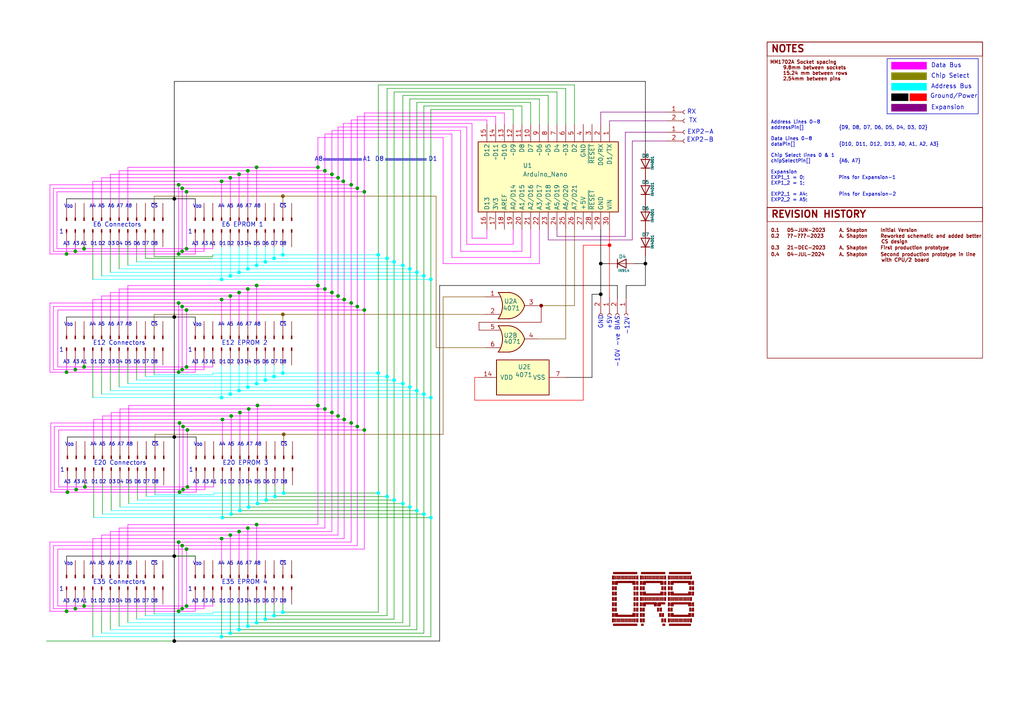
<source format=kicad_sch>
(kicad_sch (version 20230121) (generator eeschema)
  (paper "A4")
  (title_block (title "Project ORB") (date "2024-01-04") (rev "0.4"))
  (lib_symbols
    (symbol "Arduino:Arduino_Nano"
      (property "Reference" "U" (at -10.16 24.13 0))
      (property "Value" "Arduino_Nano" (at -10.16 22.86 0))
      (symbol "Arduino_Nano_1_1"
        (pin bidirectional line (at -15.24 17.78 0) (length 5.08) (name "D1/TX") (number "1"))
        (pin bidirectional line (at -15.24 -5.08 0) (length 5.08) (name "D7") (number "10"))
        (pin bidirectional line (at -15.24 -7.62 0) (length 5.08) (name "D8") (number "11"))
        (pin bidirectional line (at -15.24 -10.16 0) (length 5.08) (name "~D9") (number "12"))
        (pin bidirectional line (at -15.24 -12.7 0) (length 5.08) (name "~D10") (number "13"))
        (pin bidirectional line (at -15.24 -15.24 0) (length 5.08) (name "~D11") (number "14"))
        (pin bidirectional line (at -15.24 -17.78 0) (length 5.08) (name "D12") (number "15"))
        (pin bidirectional line (at 15.24 -17.78 180) (length 5.08) (name "D13") (number "16"))
        (pin power_out line (at 15.24 -15.24 180) (length 5.08) (name "3V3") (number "17"))
        (pin input line (at 15.24 -12.7 180) (length 5.08) (name "AREF") (number "18"))
        (pin bidirectional line (at 15.24 -10.16 180) (length 5.08) (name "A0/D14") (number "19"))
        (pin bidirectional line (at -15.24 15.24 0) (length 5.08) (name "D0/RX") (number "2"))
        (pin bidirectional line (at 15.24 -7.62 180) (length 5.08) (name "A1/D15") (number "20"))
        (pin bidirectional line (at 15.24 -5.08 180) (length 5.08) (name "A2/D16") (number "21"))
        (pin bidirectional line (at 15.24 -2.54 180) (length 5.08) (name "A3/D17") (number "22"))
        (pin bidirectional line (at 15.24 0 180) (length 5.08) (name "A4/D18") (number "23"))
        (pin bidirectional line (at 15.24 2.54 180) (length 5.08) (name "A5/D19") (number "24"))
        (pin bidirectional line (at 15.24 5.08 180) (length 5.08) (name "A6/D20") (number "25"))
        (pin bidirectional line (at 15.24 7.62 180) (length 5.08) (name "A7/D21") (number "26"))
        (pin power_out line (at 15.24 10.16 180) (length 5.08) (name "+5V") (number "27"))
        (pin input line (at 15.24 12.7 180) (length 5.08) (name "~{RESET}") (number "28"))
        (pin power_in line (at 15.24 15.24 180) (length 5.08) (name "GND") (number "29"))
        (pin input line (at -15.24 12.7 0) (length 5.08) (name "~{RESET}") (number "3"))
        (pin power_in line (at 15.24 17.78 180) (length 5.08) (name "VIN") (number "30"))
        (pin power_in line (at -15.24 10.16 0) (length 5.08) (name "GND") (number "4"))
        (pin bidirectional line (at -15.24 7.62 0) (length 5.08) (name "D2") (number "5"))
        (pin bidirectional line (at -15.24 5.08 0) (length 5.08) (name "~D3") (number "6"))
        (pin bidirectional line (at -15.24 2.54 0) (length 5.08) (name "D4") (number "7"))
        (pin bidirectional line (at -15.24 0 0) (length 5.08) (name "~D5") (number "8"))
        (pin bidirectional line (at -15.24 -2.54 0) (length 5.08) (name "~D6") (number "9"))
      )
    )
    (symbol "Conn_01x12_Pin_1" (pin_numbers hide) (pin_names (offset 1.016) hide)
      (property "Reference" "J" (at 0 15.24 0))
      (property "Value" "Conn_01x12_Pin" (at 0 -17.78 0))
      (symbol "Conn_01x12_Pin_1_1_1"
        (pin passive line (at 5.08 12.7 180) (length 3.81) (name "Pin_1") (number "1"))
        (pin passive line (at 5.08 -10.16 180) (length 3.81) (name "Pin_10") (number "10"))
        (pin passive line (at 5.08 -12.7 180) (length 3.81) (name "Pin_11") (number "11"))
        (pin passive line (at 5.08 -15.24 180) (length 3.81) (name "Pin_12") (number "12"))
        (pin passive line (at 5.08 10.16 180) (length 3.81) (name "Pin_2") (number "2"))
        (pin passive line (at 5.08 7.62 180) (length 3.81) (name "Pin_3") (number "3"))
        (pin passive line (at 5.08 5.08 180) (length 3.81) (name "Pin_4") (number "4"))
        (pin passive line (at 5.08 2.54 180) (length 3.81) (name "Pin_5") (number "5"))
        (pin passive line (at 5.08 0 180) (length 3.81) (name "Pin_6") (number "6"))
        (pin passive line (at 5.08 -2.54 180) (length 3.81) (name "Pin_7") (number "7"))
        (pin passive line (at 5.08 -5.08 180) (length 3.81) (name "Pin_8") (number "8"))
        (pin passive line (at 5.08 -7.62 180) (length 3.81) (name "Pin_9") (number "9"))
      )
    )
    (symbol "Conn_01x12_Pin_2" (pin_numbers hide) (pin_names (offset 1.016) hide)
      (property "Reference" "J" (at 0 15.24 0))
      (property "Value" "Conn_01x12_Pin" (at 0 -17.78 0))
      (symbol "Conn_01x12_Pin_2_1_1"
        (pin passive line (at 5.08 12.7 180) (length 3.81) (name "Pin_1") (number "1"))
        (pin passive line (at 5.08 -10.16 180) (length 3.81) (name "Pin_10") (number "10"))
        (pin passive line (at 5.08 -12.7 180) (length 3.81) (name "Pin_11") (number "11"))
        (pin passive line (at 5.08 -15.24 180) (length 3.81) (name "Pin_12") (number "12"))
        (pin passive line (at 5.08 10.16 180) (length 3.81) (name "Pin_2") (number "2"))
        (pin passive line (at 5.08 7.62 180) (length 3.81) (name "Pin_3") (number "3"))
        (pin passive line (at 5.08 5.08 180) (length 3.81) (name "Pin_4") (number "4"))
        (pin passive line (at 5.08 2.54 180) (length 3.81) (name "Pin_5") (number "5"))
        (pin passive line (at 5.08 0 180) (length 3.81) (name "Pin_6") (number "6"))
        (pin passive line (at 5.08 -2.54 180) (length 3.81) (name "Pin_7") (number "7"))
        (pin passive line (at 5.08 -5.08 180) (length 3.81) (name "Pin_8") (number "8"))
        (pin passive line (at 5.08 -7.62 180) (length 3.81) (name "Pin_9") (number "9"))
      )
    )
    (symbol "Connector:Conn_01x02_Socket" (pin_names (offset 1.016) hide)
      (property "Reference" "J" (at 0 2.54 0))
      (property "Value" "Conn_01x02_Socket" (at 0 -5.08 0))
      (symbol "Conn_01x02_Socket_1_1"
        (pin passive line (at -5.08 0 0) (length 3.81) (name "Pin_1") (number "1"))
        (pin passive line (at -5.08 -2.54 0) (length 3.81) (name "Pin_2") (number "2"))
      )
    )
    (symbol "Project-ORB:4071" (pin_names (offset 1.016))
      (property "Reference" "U" (at 0 1.27 0))
      (property "Value" "4071" (at 0 -1.27 0))
      (symbol "4071_1_1"
        (pin input line (at -7.62 2.54 0) (length 4.318) (name "~") (number "1"))
        (pin input line (at -7.62 -2.54 0) (length 4.318) (name "~") (number "2"))
        (pin output line (at 7.62 0 180) (length 3.81) (name "~") (number "3"))
      )
      (symbol "4071_1_2"
        (pin input inverted (at -7.62 2.54 0) (length 3.81) (name "~") (number "1"))
        (pin input inverted (at -7.62 -2.54 0) (length 3.81) (name "~") (number "2"))
        (pin output inverted (at 7.62 0 180) (length 3.81) (name "~") (number "3"))
      )
      (symbol "4071_2_1"
        (pin output line (at 7.62 0 180) (length 3.81) (name "~") (number "4"))
        (pin input line (at -7.62 2.54 0) (length 4.318) (name "~") (number "5"))
        (pin input line (at -7.62 -2.54 0) (length 4.318) (name "~") (number "6"))
      )
      (symbol "4071_2_2"
        (pin output inverted (at 7.62 0 180) (length 3.81) (name "~") (number "4"))
        (pin input inverted (at -7.62 2.54 0) (length 3.81) (name "~") (number "5"))
        (pin input inverted (at -7.62 -2.54 0) (length 3.81) (name "~") (number "6"))
      )
      (symbol "4071_3_1"
        (pin output line (at 7.62 0 180) (length 3.81) (name "~") (number "10"))
        (pin input line (at -7.62 2.54 0) (length 4.318) (name "~") (number "8"))
        (pin input line (at -7.62 -2.54 0) (length 4.318) (name "~") (number "9"))
      )
      (symbol "4071_3_2"
        (pin output inverted (at 7.62 0 180) (length 3.81) (name "~") (number "10"))
        (pin input inverted (at -7.62 2.54 0) (length 3.81) (name "~") (number "8"))
        (pin input inverted (at -7.62 -2.54 0) (length 3.81) (name "~") (number "9"))
      )
      (symbol "4071_4_1"
        (pin output line (at 7.62 0 180) (length 3.81) (name "~") (number "11"))
        (pin input line (at -7.62 2.54 0) (length 4.318) (name "~") (number "12"))
        (pin input line (at -7.62 -2.54 0) (length 4.318) (name "~") (number "13"))
      )
      (symbol "4071_4_2"
        (pin output inverted (at 7.62 0 180) (length 3.81) (name "~") (number "11"))
        (pin input inverted (at -7.62 2.54 0) (length 3.81) (name "~") (number "12"))
        (pin input inverted (at -7.62 -2.54 0) (length 3.81) (name "~") (number "13"))
      )
      (symbol "4071_5_0"
        (pin power_in line (at 0 12.7 270) (length 5.08) (name "VDD") (number "14"))
        (pin power_in line (at 0 -12.7 90) (length 5.08) (name "VSS") (number "7"))
      )
    )
    (symbol "Project-ORB:LOGO" (pin_names (offset 1.016)))
    (symbol "Sphere:1N4001" (pin_numbers hide) (pin_names hide)
      (property "Reference" "D" (at 0 2.54 0))
      (property "Value" "1N4001" (at 0 -2.54 0))
      (symbol "1N4001_1_1"
        (pin passive line (at -3.81 0 0) (length 2.54) (name "K") (number "1"))
        (pin passive line (at 3.81 0 180) (length 2.54) (name "A") (number "2"))
      )
    )
  )
  (junction (at 99.822 86.868))
  (junction (at 64.262 184.658) (color 0 255 255 1))
  (junction (at 66.802 80.01) (color 0 255 255 1))
  (junction (at 156.972 88.646) (color 132 0 0 1))
  (junction (at 76.962 110.236) (color 0 255 255 1))
  (junction (at 50.546 161.29) (color 0 0 0 1))
  (junction (at 74.422 180.594) (color 0 255 255 1))
  (junction (at 74.676 117.602))
  (junction (at 52.832 176.53))
  (junction (at 21.844 176.53))
  (junction (at 69.342 113.284) (color 0 255 255 1))
  (junction (at 54.102 89.916))
  (junction (at 52.07 122.682))
  (junction (at 94.234 118.618))
  (junction (at 118.872 112.268) (color 0 255 255 1))
  (junction (at 103.632 54.61))
  (junction (at 71.882 49.53))
  (junction (at 64.262 52.578))
  (junction (at 74.422 82.804))
  (junction (at 51.816 177.292))
  (junction (at 114.3 75.946) (color 0 255 255 1))
  (junction (at 82.296 143.002) (color 0 255 255 1))
  (junction (at 82.042 73.914) (color 0 255 255 1))
  (junction (at 74.422 152.146))
  (junction (at 54.102 175.768))
  (junction (at 101.854 53.594))
  (junction (at 19.304 177.292))
  (junction (at 66.802 183.642) (color 0 255 255 1))
  (junction (at 66.802 85.852))
  (junction (at 105.664 124.714))
  (junction (at 112.268 109.22) (color 0 255 255 1))
  (junction (at 74.422 48.514))
  (junction (at 74.676 146.05) (color 0 255 255 1))
  (junction (at 74.422 76.962) (color 0 255 255 1))
  (junction (at 94.234 83.82))
  (junction (at 116.84 146.05) (color 0 255 255 1))
  (junction (at 79.756 144.018) (color 0 255 255 1))
  (junction (at 24.638 141.224))
  (junction (at 69.342 50.546))
  (junction (at 176.784 71.12) (color 255 0 0 1))
  (junction (at 64.262 156.21))
  (junction (at 52.832 72.898))
  (junction (at 124.968 150.114) (color 0 255 255 1))
  (junction (at 82.296 125.984) (color 128 77 0 1))
  (junction (at 54.102 55.626))
  (junction (at 82.042 108.204) (color 0 255 255 1))
  (junction (at 19.304 107.95))
  (junction (at 24.384 175.768))
  (junction (at 174.244 85.344) (color 0 0 0 1))
  (junction (at 64.262 81.026) (color 0 255 255 1))
  (junction (at 52.07 142.748))
  (junction (at 98.044 51.562))
  (junction (at 77.216 145.034) (color 0 255 255 1))
  (junction (at 112.268 144.018) (color 0 255 255 1))
  (junction (at 98.044 85.852))
  (junction (at 92.202 117.602))
  (junction (at 174.244 76.454) (color 0 0 0 1))
  (junction (at 51.816 107.95))
  (junction (at 54.356 124.714))
  (junction (at 72.136 118.618))
  (junction (at 52.832 158.242))
  (junction (at 66.802 114.3) (color 0 255 255 1))
  (junction (at 120.904 148.082) (color 0 255 255 1))
  (junction (at 69.342 182.626) (color 0 255 255 1))
  (junction (at 96.266 119.634))
  (junction (at 21.844 107.188))
  (junction (at 69.596 148.082) (color 0 255 255 1))
  (junction (at 94.234 49.53))
  (junction (at 122.936 149.098) (color 0 255 255 1))
  (junction (at 122.936 114.3) (color 0 255 255 1))
  (junction (at 71.882 83.82))
  (junction (at 69.342 84.836))
  (junction (at 112.268 74.93) (color 0 255 255 1))
  (junction (at 96.266 84.836))
  (junction (at 105.664 55.626))
  (junction (at 66.802 155.194))
  (junction (at 67.056 149.098) (color 0 255 255 1))
  (junction (at 53.086 141.986))
  (junction (at 64.516 121.666))
  (junction (at 64.262 115.316) (color 0 255 255 1))
  (junction (at 120.904 113.284) (color 0 255 255 1))
  (junction (at 24.384 106.426))
  (junction (at 71.882 153.162))
  (junction (at 101.854 122.682))
  (junction (at 114.3 110.236) (color 0 255 255 1))
  (junction (at 79.502 178.562) (color 0 255 255 1))
  (junction (at 71.882 181.61) (color 0 255 255 1))
  (junction (at 52.832 88.9))
  (junction (at 82.042 91.186) (color 128 77 0 1))
  (junction (at 53.086 123.698))
  (junction (at 105.664 89.916))
  (junction (at 67.056 120.65))
  (junction (at 64.516 150.114) (color 0 255 255 1))
  (junction (at 54.356 141.224))
  (junction (at 92.202 48.514))
  (junction (at 50.546 57.658) (color 0 0 0 1))
  (junction (at 96.266 50.546))
  (junction (at 187.198 76.454) (color 0 0 0 1))
  (junction (at 101.854 87.884))
  (junction (at 54.102 72.136))
  (junction (at 76.962 75.946) (color 0 255 255 1))
  (junction (at 54.102 159.258))
  (junction (at 109.728 73.914) (color 0 255 255 1))
  (junction (at 69.596 119.634))
  (junction (at 109.728 108.204) (color 0 255 255 1))
  (junction (at 19.304 73.66))
  (junction (at 82.042 177.546) (color 0 255 255 1))
  (junction (at 69.342 154.178))
  (junction (at 114.3 145.034) (color 0 255 255 1))
  (junction (at 51.816 87.884))
  (junction (at 92.202 82.804))
  (junction (at 99.568 52.578))
  (junction (at 122.936 80.01) (color 0 255 255 1))
  (junction (at 124.968 115.316) (color 0 255 255 1))
  (junction (at 50.546 91.948) (color 0 0 0 1))
  (junction (at 64.262 86.868))
  (junction (at 103.632 88.9))
  (junction (at 71.882 77.978) (color 0 255 255 1))
  (junction (at 24.384 72.136))
  (junction (at 22.098 141.986))
  (junction (at 21.844 72.898))
  (junction (at 103.632 123.698))
  (junction (at 51.816 157.226))
  (junction (at 109.728 143.002) (color 0 255 255 1))
  (junction (at 52.832 54.61))
  (junction (at 79.502 109.22) (color 0 255 255 1))
  (junction (at 74.422 111.252) (color 0 255 255 1))
  (junction (at 120.904 78.994) (color 0 255 255 1))
  (junction (at 118.872 147.066) (color 0 255 255 1))
  (junction (at 116.84 76.962) (color 0 255 255 1))
  (junction (at 51.816 53.594))
  (junction (at 82.042 56.896) (color 128 77 0 1))
  (junction (at 50.546 185.928) (color 0 0 0 1))
  (junction (at 54.102 106.426))
  (junction (at 72.136 147.066) (color 0 255 255 1))
  (junction (at 76.962 179.578) (color 0 255 255 1))
  (junction (at 50.546 126.746) (color 0 0 0 1))
  (junction (at 51.816 73.66))
  (junction (at 124.968 81.026) (color 0 255 255 1))
  (junction (at 98.044 120.65))
  (junction (at 66.802 51.562))
  (junction (at 71.882 112.268) (color 0 255 255 1))
  (junction (at 99.822 121.666))
  (junction (at 116.84 111.252) (color 0 255 255 1))
  (junction (at 118.872 77.978) (color 0 255 255 1))
  (junction (at 79.502 74.93) (color 0 255 255 1))
  (junction (at 52.832 107.188))
  (junction (at 69.342 78.994) (color 0 255 255 1))
  (junction (at 19.558 142.748))
  (wire (pts (xy 29.464 114.3) (xy 66.802 114.3)) (stroke (width 0) (color 0 255 255 1)))
  (wire (pts (xy 112.268 25.654) (xy 112.268 74.93)))
  (wire (pts (xy 114.3 145.034) (xy 114.3 179.578)))
  (wire (pts (xy 128.524 86.106) (xy 128.524 125.984)) (stroke (width 0) (color 128 77 0 1)))
  (wire (pts (xy 96.266 119.634) (xy 96.266 154.178)) (stroke (width 0) (color 255 0 255 1)))
  (wire (pts (xy 114.3 26.67) (xy 114.3 75.946)))
  (wire (pts (xy 52.832 88.9) (xy 103.632 88.9)) (stroke (width 0) (color 255 0 255 1)))
  (polyline (pts (xy 81.534 128.016) (xy 83.058 128.016)) (stroke (width 0) (type solid)))
  (wire (pts (xy 69.342 154.178) (xy 69.342 162.56)) (stroke (width 0) (color 255 0 255 1)))
  (wire (pts (xy 96.266 84.836) (xy 96.266 119.634)) (stroke (width 0) (color 255 0 255 1)))
  (wire (pts (xy 52.832 176.53) (xy 52.832 158.242)) (stroke (width 0) (color 255 0 255 1)))
  (wire (pts (xy 99.822 52.578) (xy 99.822 86.868)) (stroke (width 0) (color 255 0 255 1)))
  (wire (pts (xy 19.304 161.29) (xy 19.304 162.56)) (stroke (width 0) (color 0 0 0 1)))
  (wire (pts (xy 24.384 72.136) (xy 24.384 71.628)) (stroke (width 0) (color 255 0 255 1)))
  (wire (pts (xy 69.596 140.716) (xy 69.596 148.082)))
  (wire (pts (xy 24.638 141.224) (xy 54.356 141.224)) (stroke (width 0) (color 255 0 255 1)))
  (wire (pts (xy 26.924 115.316) (xy 64.262 115.316)) (stroke (width 0) (color 0 255 255 1)))
  (wire (pts (xy 32.004 105.918) (xy 32.004 113.284)))
  (wire (pts (xy 159.004 66.548) (xy 159.004 69.596)) (stroke (width 0) (color 132 0 132 1)))
  (wire (pts (xy 52.832 176.53) (xy 59.182 176.53)) (stroke (width 0) (color 255 0 255 1)))
  (wire (pts (xy 34.544 49.53) (xy 71.882 49.53)) (stroke (width 0) (color 255 0 255 1)))
  (wire (pts (xy 69.342 175.26) (xy 69.342 182.626)))
  (wire (pts (xy 122.936 30.734) (xy 122.936 80.01)))
  (wire (pts (xy 16.764 106.426) (xy 16.764 89.916)) (stroke (width 0) (color 255 0 255 1)))
  (wire (pts (xy 17.018 124.714) (xy 54.356 124.714)) (stroke (width 0) (color 255 0 255 1)))
  (wire (pts (xy 82.042 175.26) (xy 82.042 177.546)))
  (wire (pts (xy 34.798 118.618) (xy 34.798 128.016)) (stroke (width 0) (color 255 0 255 1)))
  (wire (pts (xy 16.764 89.916) (xy 54.102 89.916)) (stroke (width 0) (color 255 0 255 1)))
  (wire (pts (xy 16.51 72.136) (xy 24.384 72.136)) (stroke (width 0) (color 255 0 255 1)))
  (wire (pts (xy 34.544 49.53) (xy 34.544 58.928)) (stroke (width 0) (color 255 0 255 1)))
  (wire (pts (xy 71.882 112.268) (xy 118.872 112.268)) (stroke (width 0) (color 0 255 255 1)))
  (wire (pts (xy 174.244 76.454) (xy 176.53 76.454)) (stroke (width 0) (color 0 0 0 1)))
  (wire (pts (xy 29.464 155.194) (xy 66.802 155.194)) (stroke (width 0) (color 255 0 255 1)))
  (wire (pts (xy 166.624 24.638) (xy 109.728 24.638)))
  (wire (pts (xy 34.544 77.978) (xy 71.882 77.978)) (stroke (width 0) (color 0 255 255 1)))
  (wire (pts (xy 21.844 107.188) (xy 21.844 105.918)) (stroke (width 0) (color 255 0 255 1)))
  (wire (pts (xy 67.056 149.098) (xy 122.936 149.098)))
  (wire (pts (xy 66.802 85.852) (xy 66.802 93.218)) (stroke (width 0) (color 255 0 255 1)))
  (wire (pts (xy 64.516 121.666) (xy 99.822 121.666)) (stroke (width 0) (color 255 0 255 1)))
  (wire (pts (xy 56.642 91.948) (xy 56.642 93.218)) (stroke (width 0) (color 0 0 0 1)))
  (wire (pts (xy 51.816 87.884) (xy 101.854 87.884)) (stroke (width 0) (color 255 0 255 1)))
  (wire (pts (xy 19.304 73.66) (xy 51.816 73.66)) (stroke (width 0) (color 255 0 255 1)))
  (wire (pts (xy 56.642 161.29) (xy 50.546 161.29)))
  (wire (pts (xy 136.906 35.814) (xy 136.906 69.088)) (stroke (width 0) (color 255 0 255 1)))
  (wire (pts (xy 69.342 84.836) (xy 96.266 84.836)) (stroke (width 0) (color 255 0 255 1)))
  (wire (pts (xy 29.464 183.642) (xy 66.802 183.642)) (stroke (width 0) (color 0 255 255 1)))
  (wire (pts (xy 79.502 175.26) (xy 79.502 178.562)))
  (wire (pts (xy 137.668 109.474) (xy 137.668 116.078)) (stroke (width 0) (color 255 0 0 1)))
  (polyline (pts (xy 93.726 45.974) (xy 104.902 45.974)) (stroke (width 0) (type solid)))
  (wire (pts (xy 76.962 175.26) (xy 76.962 179.578)))
  (wire (pts (xy 183.388 69.596) (xy 183.388 40.894)) (stroke (width 0) (color 132 0 132 1)))
  (wire (pts (xy 138.938 109.474) (xy 137.668 109.474)) (stroke (width 0) (color 255 0 0 1)))
  (wire (pts (xy 39.624 179.578) (xy 76.962 179.578)) (stroke (width 0) (color 0 255 255 1)))
  (wire (pts (xy 56.642 57.658) (xy 56.642 58.928)) (stroke (width 0) (color 0 0 0 1)))
  (wire (pts (xy 42.164 109.22) (xy 79.502 109.22)) (stroke (width 0) (color 0 255 255 1)))
  (wire (pts (xy 181.356 38.354) (xy 193.548 38.354)) (stroke (width 0) (color 132 0 132 1)))
  (wire (pts (xy 34.544 175.26) (xy 34.544 181.61)))
  (wire (pts (xy 77.216 145.034) (xy 114.3 145.034)))
  (wire (pts (xy 124.968 150.114) (xy 124.968 184.658)))
  (wire (pts (xy 82.296 125.984) (xy 128.524 125.984)) (stroke (width 0) (color 128 77 0 1)))
  (wire (pts (xy 44.704 105.918) (xy 44.704 108.712)))
  (wire (pts (xy 148.844 31.75) (xy 124.968 31.75)))
  (wire (pts (xy 14.732 142.748) (xy 19.558 142.748)) (stroke (width 0) (color 255 0 255 1)))
  (wire (pts (xy 98.044 85.852) (xy 98.044 120.65)) (stroke (width 0) (color 255 0 255 1)))
  (wire (pts (xy 138.938 93.472) (xy 156.972 93.472)) (stroke (width 0) (color 132 0 0 1)))
  (wire (pts (xy 99.822 86.868) (xy 99.822 121.666)) (stroke (width 0) (color 255 0 255 1)))
  (wire (pts (xy 37.084 48.514) (xy 37.084 58.928)) (stroke (width 0) (color 255 0 255 1)))
  (wire (pts (xy 116.84 27.686) (xy 116.84 76.962)))
  (wire (pts (xy 15.748 141.986) (xy 22.098 141.986)) (stroke (width 0) (color 255 0 255 1)))
  (wire (pts (xy 56.642 73.66) (xy 56.642 71.628)) (stroke (width 0) (color 255 0 255 1)))
  (wire (pts (xy 92.202 117.602) (xy 92.202 152.146)) (stroke (width 0) (color 255 0 255 1)))
  (wire (pts (xy 29.718 149.098) (xy 29.718 140.716)))
  (wire (pts (xy 71.882 181.61) (xy 118.872 181.61)))
  (wire (pts (xy 51.816 73.66) (xy 56.642 73.66)) (stroke (width 0) (color 255 0 255 1)))
  (wire (pts (xy 50.546 57.658) (xy 56.642 57.658)) (stroke (width 0) (color 0 0 0 1)))
  (wire (pts (xy 34.544 71.628) (xy 34.544 77.978)))
  (wire (pts (xy 15.748 141.986) (xy 15.748 123.698)) (stroke (width 0) (color 255 0 255 1)))
  (wire (pts (xy 82.296 125.984) (xy 82.296 128.016)) (stroke (width 0) (color 128 77 0 1)))
  (wire (pts (xy 32.258 119.634) (xy 69.596 119.634)) (stroke (width 0) (color 255 0 255 1)))
  (wire (pts (xy 42.418 140.716) (xy 42.418 144.018)))
  (wire (pts (xy 82.042 56.896) (xy 126.492 56.896)) (stroke (width 0) (color 128 77 0 1)))
  (wire (pts (xy 32.004 154.178) (xy 32.004 162.56)) (stroke (width 0) (color 255 0 255 1)))
  (wire (pts (xy 19.304 177.292) (xy 51.816 177.292)) (stroke (width 0) (color 255 0 255 1)))
  (wire (pts (xy 118.872 77.978) (xy 118.872 112.268)))
  (wire (pts (xy 51.816 177.292) (xy 56.642 177.292)) (stroke (width 0) (color 255 0 255 1)))
  (wire (pts (xy 52.07 142.748) (xy 52.07 122.682)) (stroke (width 0) (color 255 0 255 1)))
  (wire (pts (xy 15.494 107.188) (xy 21.844 107.188)) (stroke (width 0) (color 255 0 255 1)))
  (wire (pts (xy 166.624 36.068) (xy 166.624 24.638)))
  (wire (pts (xy 34.544 181.61) (xy 71.882 181.61)) (stroke (width 0) (color 0 255 255 1)))
  (wire (pts (xy 14.732 142.748) (xy 14.732 122.682)) (stroke (width 0) (color 255 0 255 1)))
  (wire (pts (xy 19.304 107.95) (xy 51.816 107.95)) (stroke (width 0) (color 255 0 255 1)))
  (wire (pts (xy 156.464 28.702) (xy 118.872 28.702)))
  (wire (pts (xy 19.558 126.746) (xy 50.546 126.746)) (stroke (width 0) (color 0 0 0 1)))
  (wire (pts (xy 56.896 142.748) (xy 56.896 140.716)) (stroke (width 0) (color 255 0 255 1)))
  (wire (pts (xy 82.042 105.918) (xy 82.042 108.204)) (stroke (width 0) (color 0 255 255 1)))
  (wire (pts (xy 54.356 124.714) (xy 105.664 124.714)) (stroke (width 0) (color 255 0 255 1)))
  (wire (pts (xy 114.3 75.946) (xy 114.3 110.236)))
  (wire (pts (xy 116.84 111.252) (xy 116.84 146.05)))
  (wire (pts (xy 79.502 74.93) (xy 61.722 74.93)) (stroke (width 0) (color 0 255 255 1)))
  (wire (pts (xy 56.642 161.29) (xy 56.642 162.56)) (stroke (width 0) (color 0 0 0 1)))
  (wire (pts (xy 153.924 74.676) (xy 131.064 74.676)) (stroke (width 0) (color 255 0 255 1)))
  (wire (pts (xy 148.844 66.548) (xy 148.844 70.866)) (stroke (width 0) (color 255 0 255 1)))
  (wire (pts (xy 122.936 149.098) (xy 122.936 183.642)))
  (wire (pts (xy 66.802 183.642) (xy 122.936 183.642)))
  (wire (pts (xy 22.098 140.716) (xy 22.098 141.986)) (stroke (width 0) (color 255 0 255 1)))
  (wire (pts (xy 67.056 120.65) (xy 67.056 128.016)) (stroke (width 0) (color 255 0 255 1)))
  (wire (pts (xy 56.642 161.29) (xy 50.546 161.29)) (stroke (width 0) (color 0 0 0 1)))
  (wire (pts (xy 54.102 106.426) (xy 61.722 106.426)) (stroke (width 0) (color 255 0 255 1)))
  (wire (pts (xy 151.384 66.548) (xy 151.384 72.898)) (stroke (width 0) (color 255 0 255 1)))
  (wire (pts (xy 181.356 68.58) (xy 181.356 38.354)) (stroke (width 0) (color 132 0 132 1)))
  (wire (pts (xy 37.338 117.602) (xy 74.676 117.602)) (stroke (width 0) (color 255 0 255 1)))
  (wire (pts (xy 26.924 115.316) (xy 26.924 105.918)))
  (wire (pts (xy 32.004 78.994) (xy 69.342 78.994)) (stroke (width 0) (color 0 255 255 1)))
  (wire (pts (xy 19.304 175.26) (xy 19.304 177.292)) (stroke (width 0) (color 255 0 255 1)))
  (wire (pts (xy 44.958 143.51) (xy 61.976 143.51)) (stroke (width 0) (color 0 255 255 1)))
  (wire (pts (xy 24.384 175.768) (xy 54.102 175.768)) (stroke (width 0) (color 255 0 255 1)))
  (wire (pts (xy 52.832 54.61) (xy 103.632 54.61)) (stroke (width 0) (color 255 0 255 1)))
  (wire (pts (xy 143.764 33.782) (xy 143.764 36.068)) (stroke (width 0) (color 255 0 255 1)))
  (wire (pts (xy 37.084 111.252) (xy 74.422 111.252)) (stroke (width 0) (color 0 255 255 1)))
  (wire (pts (xy 66.802 51.562) (xy 98.044 51.562)) (stroke (width 0) (color 255 0 255 1)))
  (wire (pts (xy 69.342 50.546) (xy 69.342 58.928)) (stroke (width 0) (color 255 0 255 1)))
  (wire (pts (xy 174.244 32.512) (xy 193.548 32.512)) (stroke (width 0) (color 132 0 132 1)))
  (wire (pts (xy 66.802 114.3) (xy 66.802 105.918)) (stroke (width 0) (color 0 255 255 1)))
  (wire (pts (xy 153.924 66.548) (xy 153.924 74.676)) (stroke (width 0) (color 255 0 255 1)))
  (wire (pts (xy 14.478 177.292) (xy 19.304 177.292)) (stroke (width 0) (color 255 0 255 1)))
  (wire (pts (xy 14.732 122.682) (xy 52.07 122.682)) (stroke (width 0) (color 255 0 255 1)))
  (wire (pts (xy 54.356 141.224) (xy 61.976 141.224)) (stroke (width 0) (color 255 0 255 1)))
  (wire (pts (xy 32.258 148.082) (xy 69.596 148.082)) (stroke (width 0) (color 0 255 255 1)))
  (wire (pts (xy 116.84 76.962) (xy 116.84 111.252)))
  (wire (pts (xy 42.164 175.26) (xy 42.164 178.562)))
  (wire (pts (xy 105.664 32.766) (xy 105.664 55.626)) (stroke (width 0) (color 255 0 255 1)))
  (wire (pts (xy 174.244 36.068) (xy 174.244 32.512)) (stroke (width 0) (color 132 0 132 1)))
  (wire (pts (xy 128.524 86.106) (xy 140.716 86.106)) (stroke (width 0) (color 128 77 0 1)))
  (wire (pts (xy 50.546 23.622) (xy 187.198 23.622)) (stroke (width 0) (color 0 0 0 1)))
  (wire (pts (xy 37.084 152.146) (xy 37.084 162.56)) (stroke (width 0) (color 255 0 255 1)))
  (wire (pts (xy 59.182 107.188) (xy 59.182 105.918)) (stroke (width 0) (color 255 0 255 1)))
  (wire (pts (xy 44.958 125.984) (xy 44.958 128.016)) (stroke (width 0) (color 128 77 0 1)))
  (wire (pts (xy 135.382 36.83) (xy 98.044 36.83)) (stroke (width 0) (color 255 0 255 1)))
  (polyline (pts (xy 111.76 46.482) (xy 123.698 46.482)) (stroke (width 0) (type solid)))
  (wire (pts (xy 156.464 76.454) (xy 128.524 76.454)) (stroke (width 0) (color 255 0 255 1)))
  (wire (pts (xy 171.704 85.344) (xy 174.244 85.344)) (stroke (width 0) (color 0 0 0 1)))
  (wire (pts (xy 32.004 50.546) (xy 32.004 58.928)) (stroke (width 0) (color 255 0 255 1)))
  (wire (pts (xy 187.198 74.168) (xy 187.198 76.454)) (stroke (width 0) (color 0 0 0 1)))
  (wire (pts (xy 61.722 105.918) (xy 61.722 106.426)) (stroke (width 0) (color 255 0 255 1)))
  (wire (pts (xy 21.844 175.26) (xy 21.844 176.53)) (stroke (width 0) (color 255 0 255 1)))
  (wire (pts (xy 148.844 36.068) (xy 148.844 31.75)))
  (wire (pts (xy 69.342 182.626) (xy 120.904 182.626)))
  (wire (pts (xy 29.464 51.562) (xy 29.464 58.928)) (stroke (width 0) (color 255 0 255 1)))
  (wire (pts (xy 34.544 105.918) (xy 34.544 112.268)))
  (wire (pts (xy 169.164 116.078) (xy 169.164 71.12)) (stroke (width 0) (color 255 0 0 1)))
  (wire (pts (xy 74.422 82.804) (xy 74.422 93.218)) (stroke (width 0) (color 255 0 255 1)))
  (wire (pts (xy 27.178 150.114) (xy 64.516 150.114)) (stroke (width 0) (color 0 255 255 1)))
  (wire (pts (xy 79.502 74.93) (xy 112.268 74.93)) (stroke (width 0) (color 0 255 255 1)))
  (wire (pts (xy 128.524 39.878) (xy 92.202 39.878)) (stroke (width 0) (color 255 0 255 1)))
  (wire (pts (xy 74.422 152.146) (xy 74.422 162.56)) (stroke (width 0) (color 255 0 255 1)))
  (wire (pts (xy 133.604 37.846) (xy 96.266 37.846)) (stroke (width 0) (color 255 0 255 1)))
  (wire (pts (xy 72.136 147.066) (xy 118.872 147.066)))
  (wire (pts (xy 39.624 175.26) (xy 39.624 179.578)))
  (polyline (pts (xy 43.942 93.218) (xy 45.466 93.218)) (stroke (width 0) (type solid)))
  (wire (pts (xy 54.102 175.768) (xy 61.722 175.768)) (stroke (width 0) (color 255 0 255 1)))
  (wire (pts (xy 118.872 28.702) (xy 118.872 77.978)))
  (wire (pts (xy 26.924 156.21) (xy 64.262 156.21)) (stroke (width 0) (color 255 0 255 1)))
  (wire (pts (xy 179.07 82.804) (xy 179.07 86.36)) (stroke (width 0) (color 0 0 0 1)))
  (wire (pts (xy 56.896 126.746) (xy 56.896 128.016)) (stroke (width 0) (color 0 0 0 1)))
  (wire (pts (xy 56.642 107.95) (xy 56.642 105.918)) (stroke (width 0) (color 255 0 255 1)))
  (wire (pts (xy 169.164 71.12) (xy 176.784 71.12)) (stroke (width 0) (color 255 0 0 1)))
  (wire (pts (xy 98.044 120.65) (xy 98.044 155.194)) (stroke (width 0) (color 255 0 255 1)))
  (wire (pts (xy 15.494 176.53) (xy 15.494 158.242)) (stroke (width 0) (color 255 0 255 1)))
  (wire (pts (xy 14.478 73.66) (xy 19.304 73.66)) (stroke (width 0) (color 255 0 255 1)))
  (wire (pts (xy 64.516 150.114) (xy 64.516 140.716)))
  (wire (pts (xy 14.478 157.226) (xy 51.816 157.226)) (stroke (width 0) (color 255 0 255 1)))
  (wire (pts (xy 24.638 140.716) (xy 24.638 141.224)) (stroke (width 0) (color 255 0 255 1)))
  (wire (pts (xy 24.384 106.426) (xy 24.384 105.918)) (stroke (width 0) (color 255 0 255 1)))
  (wire (pts (xy 51.816 107.95) (xy 56.642 107.95)) (stroke (width 0) (color 255 0 255 1)))
  (wire (pts (xy 26.924 52.578) (xy 64.262 52.578)) (stroke (width 0) (color 255 0 255 1)))
  (wire (pts (xy 16.764 159.258) (xy 54.102 159.258)) (stroke (width 0) (color 255 0 255 1)))
  (wire (pts (xy 29.464 155.194) (xy 29.464 162.56)) (stroke (width 0) (color 255 0 255 1)))
  (wire (pts (xy 64.262 81.026) (xy 124.968 81.026)) (stroke (width 0) (color 0 255 255 1)))
  (wire (pts (xy 74.422 180.594) (xy 116.84 180.594)))
  (wire (pts (xy 32.004 71.628) (xy 32.004 78.994)))
  (wire (pts (xy 82.042 91.186) (xy 82.042 93.218)) (stroke (width 0) (color 128 77 0 1)))
  (wire (pts (xy 37.338 140.716) (xy 37.338 146.05)))
  (wire (pts (xy 164.084 36.068) (xy 164.084 25.654)))
  (wire (pts (xy 51.816 53.594) (xy 51.816 73.66)) (stroke (width 0) (color 255 0 255 1)))
  (wire (pts (xy 141.224 66.548) (xy 141.224 69.088)) (stroke (width 0) (color 255 0 255 1)))
  (wire (pts (xy 15.494 176.53) (xy 21.844 176.53)) (stroke (width 0) (color 255 0 255 1)))
  (wire (pts (xy 29.718 149.098) (xy 67.056 149.098)) (stroke (width 0) (color 0 255 255 1)))
  (wire (pts (xy 82.042 73.914) (xy 82.042 71.628)) (stroke (width 0) (color 0 255 255 1)))
  (wire (pts (xy 29.718 120.65) (xy 67.056 120.65)) (stroke (width 0) (color 255 0 255 1)))
  (wire (pts (xy 52.832 107.188) (xy 52.832 88.9)) (stroke (width 0) (color 255 0 255 1)))
  (wire (pts (xy 37.084 175.26) (xy 37.084 180.594)))
  (wire (pts (xy 59.182 176.53) (xy 59.182 175.26)) (stroke (width 0) (color 255 0 255 1)))
  (wire (pts (xy 64.262 81.026) (xy 64.262 71.628)) (stroke (width 0) (color 0 255 255 1)))
  (wire (pts (xy 29.464 85.852) (xy 66.802 85.852)) (stroke (width 0) (color 255 0 255 1)))
  (wire (pts (xy 74.676 117.602) (xy 92.202 117.602)) (stroke (width 0) (color 255 0 255 1)))
  (wire (pts (xy 34.544 83.82) (xy 34.544 93.218)) (stroke (width 0) (color 255 0 255 1)))
  (wire (pts (xy 50.546 126.746) (xy 56.896 126.746)) (stroke (width 0) (color 0 0 0 1)))
  (wire (pts (xy 161.544 68.58) (xy 181.356 68.58)) (stroke (width 0) (color 132 0 132 1)))
  (wire (pts (xy 52.832 107.188) (xy 59.182 107.188)) (stroke (width 0) (color 255 0 255 1)))
  (wire (pts (xy 74.422 48.514) (xy 92.202 48.514)) (stroke (width 0) (color 255 0 255 1)))
  (wire (pts (xy 66.802 80.01) (xy 122.936 80.01)) (stroke (width 0) (color 0 255 255 1)))
  (wire (pts (xy 181.61 86.36) (xy 181.61 82.804)) (stroke (width 0) (color 0 0 0 1)))
  (wire (pts (xy 64.262 115.316) (xy 124.968 115.316)) (stroke (width 0) (color 0 255 255 1)))
  (wire (pts (xy 74.422 71.628) (xy 74.422 76.962)) (stroke (width 0) (color 0 255 255 1)))
  (wire (pts (xy 79.502 105.918) (xy 79.502 109.22)) (stroke (width 0) (color 0 255 255 1)))
  (wire (pts (xy 19.304 105.918) (xy 19.304 107.95)) (stroke (width 0) (color 255 0 255 1)))
  (wire (pts (xy 37.338 117.602) (xy 37.338 128.016)) (stroke (width 0) (color 255 0 255 1)))
  (wire (pts (xy 164.338 109.474) (xy 171.704 109.474)) (stroke (width 0) (color 0 0 0 1)))
  (wire (pts (xy 72.136 118.618) (xy 94.234 118.618)) (stroke (width 0) (color 255 0 255 1)))
  (wire (pts (xy 153.924 29.718) (xy 153.924 36.068)))
  (wire (pts (xy 159.004 27.686) (xy 159.004 36.068)))
  (wire (pts (xy 14.478 53.594) (xy 51.816 53.594)) (stroke (width 0) (color 255 0 255 1)))
  (wire (pts (xy 176.784 35.052) (xy 193.548 35.052)) (stroke (width 0) (color 132 0 132 1)))
  (wire (pts (xy 61.722 108.204) (xy 82.042 108.204)) (stroke (width 0) (color 0 255 255 1)))
  (wire (pts (xy 94.234 83.82) (xy 94.234 118.618)) (stroke (width 0) (color 255 0 255 1)))
  (wire (pts (xy 67.056 120.65) (xy 98.044 120.65)) (stroke (width 0) (color 255 0 255 1)))
  (wire (pts (xy 64.262 52.578) (xy 64.262 58.928)) (stroke (width 0) (color 255 0 255 1)))
  (wire (pts (xy 14.478 107.95) (xy 14.478 87.884)) (stroke (width 0) (color 255 0 255 1)))
  (wire (pts (xy 71.882 49.53) (xy 94.234 49.53)) (stroke (width 0) (color 255 0 255 1)))
  (wire (pts (xy 156.972 88.646) (xy 166.624 88.646)) (stroke (width 0) (color 128 77 0 1)))
  (polyline (pts (xy 111.76 45.974) (xy 123.698 45.974)) (stroke (width 0) (type solid)))
  (wire (pts (xy 14.478 73.66) (xy 14.478 53.594)) (stroke (width 0) (color 255 0 255 1)))
  (wire (pts (xy 151.384 72.898) (xy 133.604 72.898)) (stroke (width 0) (color 255 0 255 1)))
  (wire (pts (xy 103.632 33.782) (xy 103.632 54.61)) (stroke (width 0) (color 255 0 255 1)))
  (wire (pts (xy 27.178 121.666) (xy 64.516 121.666)) (stroke (width 0) (color 255 0 255 1)))
  (wire (pts (xy 74.422 152.146) (xy 92.202 152.146)) (stroke (width 0) (color 255 0 255 1)))
  (wire (pts (xy 29.464 85.852) (xy 29.464 93.218)) (stroke (width 0) (color 255 0 255 1)))
  (wire (pts (xy 74.676 140.716) (xy 74.676 146.05)))
  (wire (pts (xy 187.198 23.622) (xy 187.198 43.688)) (stroke (width 0) (color 0 0 0 1)))
  (wire (pts (xy 174.244 85.344) (xy 174.244 86.36)) (stroke (width 0) (color 0 0 0 1)))
  (wire (pts (xy 79.756 140.716) (xy 79.756 144.018)))
  (wire (pts (xy 52.07 142.748) (xy 56.896 142.748)) (stroke (width 0) (color 255 0 255 1)))
  (wire (pts (xy 120.904 148.082) (xy 120.904 182.626)))
  (wire (pts (xy 74.676 117.602) (xy 74.676 128.016)) (stroke (width 0) (color 255 0 255 1)))
  (wire (pts (xy 54.356 141.224) (xy 54.356 124.714)) (stroke (width 0) (color 255 0 255 1)))
  (wire (pts (xy 82.042 91.186) (xy 140.716 91.186)) (stroke (width 0) (color 128 77 0 1)))
  (wire (pts (xy 141.224 34.798) (xy 141.224 36.068)) (stroke (width 0) (color 255 0 255 1)))
  (wire (pts (xy 82.042 56.896) (xy 82.55 56.896)))
  (wire (pts (xy 26.924 184.658) (xy 26.924 175.26)))
  (wire (pts (xy 94.234 38.862) (xy 94.234 49.53)) (stroke (width 0) (color 255 0 255 1)))
  (wire (pts (xy 101.854 53.594) (xy 101.854 87.884)) (stroke (width 0) (color 255 0 255 1)))
  (wire (pts (xy 24.384 106.426) (xy 54.102 106.426)) (stroke (width 0) (color 255 0 255 1)))
  (wire (pts (xy 124.968 115.316) (xy 124.968 150.114)))
  (wire (pts (xy 79.756 144.018) (xy 112.268 144.018)))
  (wire (pts (xy 19.558 142.748) (xy 52.07 142.748)) (stroke (width 0) (color 255 0 255 1)))
  (wire (pts (xy 54.102 106.426) (xy 54.102 89.916)) (stroke (width 0) (color 255 0 255 1)))
  (wire (pts (xy 32.258 119.634) (xy 32.258 128.016)) (stroke (width 0) (color 255 0 255 1)))
  (wire (pts (xy 105.664 55.626) (xy 105.664 89.916)) (stroke (width 0) (color 255 0 255 1)))
  (wire (pts (xy 39.624 105.918) (xy 39.624 110.236)))
  (wire (pts (xy 103.632 54.61) (xy 103.632 88.9)) (stroke (width 0) (color 255 0 255 1)))
  (wire (pts (xy 29.464 80.01) (xy 29.464 71.628)))
  (wire (pts (xy 29.464 80.01) (xy 66.802 80.01)) (stroke (width 0) (color 0 255 255 1)))
  (wire (pts (xy 92.202 39.878) (xy 92.202 48.514)) (stroke (width 0) (color 255 0 255 1)))
  (polyline (pts (xy 81.28 162.56) (xy 82.804 162.56)) (stroke (width 0) (type solid)))
  (wire (pts (xy 27.178 150.114) (xy 27.178 140.716)))
  (wire (pts (xy 109.728 73.914) (xy 109.728 108.204)))
  (wire (pts (xy 143.764 33.782) (xy 103.632 33.782)) (stroke (width 0) (color 255 0 255 1)))
  (wire (pts (xy 94.234 118.618) (xy 94.234 153.162)) (stroke (width 0) (color 255 0 255 1)))
  (wire (pts (xy 71.882 77.978) (xy 118.872 77.978)) (stroke (width 0) (color 0 255 255 1)))
  (wire (pts (xy 166.624 66.548) (xy 166.624 88.646)) (stroke (width 0) (color 128 77 0 1)))
  (wire (pts (xy 92.202 82.804) (xy 92.202 117.602)) (stroke (width 0) (color 255 0 255 1)))
  (wire (pts (xy 14.478 87.884) (xy 51.816 87.884)) (stroke (width 0) (color 255 0 255 1)))
  (wire (pts (xy 72.136 118.618) (xy 72.136 128.016)) (stroke (width 0) (color 255 0 255 1)))
  (wire (pts (xy 122.936 114.3) (xy 122.936 149.098)))
  (wire (pts (xy 118.872 147.066) (xy 118.872 181.61)))
  (wire (pts (xy 52.832 158.242) (xy 103.632 158.242)) (stroke (width 0) (color 255 0 255 1)))
  (wire (pts (xy 76.962 71.628) (xy 76.962 75.946)) (stroke (width 0) (color 0 255 255 1)))
  (wire (pts (xy 156.464 66.548) (xy 156.464 76.454)) (stroke (width 0) (color 255 0 255 1)))
  (wire (pts (xy 44.704 108.712) (xy 61.722 108.712)) (stroke (width 0) (color 0 255 255 1)))
  (wire (pts (xy 69.342 84.836) (xy 69.342 93.218)) (stroke (width 0) (color 255 0 255 1)))
  (wire (pts (xy 16.764 175.768) (xy 24.384 175.768)) (stroke (width 0) (color 255 0 255 1)))
  (wire (pts (xy 39.624 75.946) (xy 76.962 75.946)) (stroke (width 0) (color 0 255 255 1)))
  (wire (pts (xy 32.004 113.284) (xy 69.342 113.284)) (stroke (width 0) (color 0 255 255 1)))
  (wire (pts (xy 19.304 91.948) (xy 19.304 93.218)) (stroke (width 0) (color 0 0 0 1)))
  (wire (pts (xy 50.546 126.746) (xy 50.546 161.29)) (stroke (width 0) (color 0 0 0 1)))
  (wire (pts (xy 161.544 36.068) (xy 161.544 26.67)))
  (wire (pts (xy 109.728 143.002) (xy 109.728 177.546)))
  (wire (pts (xy 66.802 183.642) (xy 66.802 175.26)))
  (wire (pts (xy 164.084 25.654) (xy 112.268 25.654)))
  (wire (pts (xy 82.296 143.002) (xy 109.728 143.002)))
  (wire (pts (xy 156.972 88.646) (xy 156.972 93.472)) (stroke (width 0) (color 132 0 0 1)))
  (wire (pts (xy 131.064 38.862) (xy 94.234 38.862)) (stroke (width 0) (color 255 0 255 1)))
  (wire (pts (xy 74.422 76.962) (xy 116.84 76.962)) (stroke (width 0) (color 0 255 255 1)))
  (wire (pts (xy 44.704 71.628) (xy 44.704 74.422)))
  (wire (pts (xy 146.304 32.766) (xy 105.664 32.766)) (stroke (width 0) (color 255 0 255 1)))
  (wire (pts (xy 34.544 153.162) (xy 34.544 162.56)) (stroke (width 0) (color 255 0 255 1)))
  (wire (pts (xy 51.816 107.95) (xy 51.816 87.884)) (stroke (width 0) (color 255 0 255 1)))
  (wire (pts (xy 53.086 141.986) (xy 59.436 141.986)) (stroke (width 0) (color 255 0 255 1)))
  (wire (pts (xy 34.544 83.82) (xy 71.882 83.82)) (stroke (width 0) (color 255 0 255 1)))
  (wire (pts (xy 71.882 153.162) (xy 94.234 153.162)) (stroke (width 0) (color 255 0 255 1)))
  (wire (pts (xy 153.924 29.718) (xy 120.904 29.718)))
  (wire (pts (xy 61.722 74.422) (xy 61.722 73.914)))
  (wire (pts (xy 112.268 144.018) (xy 112.268 178.562)))
  (wire (pts (xy 34.544 112.268) (xy 71.882 112.268)) (stroke (width 0) (color 0 255 255 1)))
  (wire (pts (xy 44.704 91.186) (xy 44.704 93.218)) (stroke (width 0) (color 128 77 0 1)))
  (wire (pts (xy 71.882 49.53) (xy 71.882 58.928)) (stroke (width 0) (color 255 0 255 1)))
  (wire (pts (xy 181.61 82.804) (xy 187.198 82.804)) (stroke (width 0) (color 0 0 0 1)))
  (wire (pts (xy 26.924 81.026) (xy 64.262 81.026)) (stroke (width 0) (color 0 255 255 1)))
  (wire (pts (xy 138.938 93.472) (xy 138.938 95.758)) (stroke (width 0) (color 132 0 0 1)))
  (wire (pts (xy 174.244 76.454) (xy 174.244 85.344)) (stroke (width 0) (color 0 0 0 1)))
  (polyline (pts (xy 43.942 58.928) (xy 45.466 58.928)) (stroke (width 0) (type solid)))
  (wire (pts (xy 79.502 71.628) (xy 79.502 74.93)) (stroke (width 0) (color 0 255 255 1)))
  (wire (pts (xy 99.568 35.814) (xy 99.568 52.578)) (stroke (width 0) (color 255 0 255 1)))
  (wire (pts (xy 37.084 152.146) (xy 74.422 152.146)) (stroke (width 0) (color 255 0 255 1)))
  (wire (pts (xy 44.704 74.422) (xy 61.722 74.422)))
  (wire (pts (xy 66.802 155.194) (xy 66.802 162.56)) (stroke (width 0) (color 255 0 255 1)))
  (wire (pts (xy 26.924 86.868) (xy 64.262 86.868)) (stroke (width 0) (color 255 0 255 1)))
  (wire (pts (xy 21.844 107.188) (xy 52.832 107.188)) (stroke (width 0) (color 255 0 255 1)))
  (wire (pts (xy 61.976 141.224) (xy 61.976 140.716)) (stroke (width 0) (color 255 0 255 1)))
  (wire (pts (xy 124.968 81.026) (xy 124.968 115.316)))
  (wire (pts (xy 123.19 114.3) (xy 122.936 114.3)))
  (wire (pts (xy 69.342 50.546) (xy 96.266 50.546)) (stroke (width 0) (color 255 0 255 1)))
  (wire (pts (xy 74.422 82.804) (xy 92.202 82.804)) (stroke (width 0) (color 255 0 255 1)))
  (wire (pts (xy 32.258 140.716) (xy 32.258 148.082)))
  (wire (pts (xy 98.044 36.83) (xy 98.044 51.562)) (stroke (width 0) (color 255 0 255 1)))
  (wire (pts (xy 120.904 29.718) (xy 120.904 78.994)))
  (wire (pts (xy 61.722 72.136) (xy 61.722 71.628)) (stroke (width 0) (color 255 0 255 1)))
  (wire (pts (xy 66.802 51.562) (xy 66.802 58.928)) (stroke (width 0) (color 255 0 255 1)))
  (wire (pts (xy 54.102 175.768) (xy 54.102 159.258)) (stroke (width 0) (color 255 0 255 1)))
  (wire (pts (xy 26.924 81.026) (xy 26.924 71.628)))
  (wire (pts (xy 99.822 121.666) (xy 99.822 156.21)) (stroke (width 0) (color 255 0 255 1)))
  (wire (pts (xy 44.704 56.896) (xy 44.704 58.928)) (stroke (width 0) (color 128 77 0 1)))
  (wire (pts (xy 77.216 140.716) (xy 77.216 145.034)))
  (wire (pts (xy 21.844 72.898) (xy 52.832 72.898)) (stroke (width 0) (color 255 0 255 1)))
  (polyline (pts (xy 93.726 46.228) (xy 104.902 46.228)) (stroke (width 0) (type solid)))
  (wire (pts (xy 112.268 74.93) (xy 112.268 109.22)))
  (wire (pts (xy 54.102 89.916) (xy 105.664 89.916)) (stroke (width 0) (color 255 0 255 1)))
  (wire (pts (xy 72.136 140.716) (xy 72.136 147.066)))
  (wire (pts (xy 112.268 109.22) (xy 112.268 144.018)))
  (wire (pts (xy 69.596 119.634) (xy 96.266 119.634)) (stroke (width 0) (color 255 0 255 1)))
  (wire (pts (xy 29.464 183.642) (xy 29.464 175.26)))
  (wire (pts (xy 120.904 113.284) (xy 120.904 148.082)))
  (wire (pts (xy 54.102 72.136) (xy 24.384 72.136)) (stroke (width 0) (color 255 0 255 1)))
  (wire (pts (xy 32.004 84.836) (xy 32.004 93.218)) (stroke (width 0) (color 255 0 255 1)))
  (wire (pts (xy 37.084 180.594) (xy 74.422 180.594)) (stroke (width 0) (color 0 255 255 1)))
  (wire (pts (xy 50.546 161.29) (xy 19.304 161.29)) (stroke (width 0) (color 0 0 0 1)))
  (wire (pts (xy 15.494 158.242) (xy 52.832 158.242)) (stroke (width 0) (color 255 0 255 1)))
  (wire (pts (xy 64.262 86.868) (xy 99.822 86.868)) (stroke (width 0) (color 255 0 255 1)))
  (wire (pts (xy 16.764 175.768) (xy 16.764 159.258)) (stroke (width 0) (color 255 0 255 1)))
  (wire (pts (xy 61.722 178.054) (xy 61.722 177.546)) (stroke (width 0) (color 0 255 255 1)))
  (wire (pts (xy 64.262 115.316) (xy 64.262 105.918)) (stroke (width 0) (color 0 255 255 1)))
  (wire (pts (xy 164.084 66.548) (xy 164.084 98.298)) (stroke (width 0) (color 128 77 0 1)))
  (wire (pts (xy 64.262 184.658) (xy 124.968 184.658)))
  (wire (pts (xy 128.524 76.454) (xy 128.524 39.878)) (stroke (width 0) (color 255 0 255 1)))
  (wire (pts (xy 69.342 71.628) (xy 69.342 78.994)) (stroke (width 0) (color 0 255 255 1)))
  (wire (pts (xy 105.664 89.916) (xy 105.664 124.714)) (stroke (width 0) (color 255 0 255 1)))
  (wire (pts (xy 74.422 105.918) (xy 74.422 111.252)) (stroke (width 0) (color 0 255 255 1)))
  (wire (pts (xy 15.494 72.898) (xy 15.494 54.61)) (stroke (width 0) (color 255 0 255 1)))
  (wire (pts (xy 50.546 57.658) (xy 50.546 91.948)) (stroke (width 0) (color 0 0 0 1)))
  (wire (pts (xy 16.764 106.426) (xy 24.384 106.426)) (stroke (width 0) (color 255 0 255 1)))
  (wire (pts (xy 137.668 116.078) (xy 169.164 116.078)) (stroke (width 0) (color 255 0 0 1)))
  (wire (pts (xy 76.962 105.918) (xy 76.962 110.236)) (stroke (width 0) (color 0 255 255 1)))
  (wire (pts (xy 32.004 154.178) (xy 69.342 154.178)) (stroke (width 0) (color 255 0 255 1)))
  (wire (pts (xy 176.784 71.12) (xy 176.784 86.36)) (stroke (width 0) (color 255 0 0 1)))
  (wire (pts (xy 82.042 177.546) (xy 109.728 177.546)))
  (wire (pts (xy 44.958 140.716) (xy 44.958 143.51)))
  (wire (pts (xy 34.798 147.066) (xy 72.136 147.066)) (stroke (width 0) (color 0 255 255 1)))
  (wire (pts (xy 141.224 34.798) (xy 101.854 34.798)) (stroke (width 0) (color 255 0 255 1)))
  (wire (pts (xy 67.056 149.098) (xy 67.056 140.716)))
  (wire (pts (xy 34.798 140.716) (xy 34.798 147.066)))
  (wire (pts (xy 64.516 150.114) (xy 124.968 150.114)))
  (wire (pts (xy 50.546 91.948) (xy 19.304 91.948)) (stroke (width 0) (color 0 0 0 1)))
  (wire (pts (xy 66.802 114.3) (xy 122.936 114.3)) (stroke (width 0) (color 0 255 255 1)))
  (wire (pts (xy 15.494 54.61) (xy 52.832 54.61)) (stroke (width 0) (color 255 0 255 1)))
  (wire (pts (xy 15.494 72.898) (xy 21.844 72.898)) (stroke (width 0) (color 255 0 255 1)))
  (wire (pts (xy 19.558 140.716) (xy 19.558 142.748)) (stroke (width 0) (color 255 0 255 1)))
  (wire (pts (xy 155.956 98.298) (xy 164.084 98.298)) (stroke (width 0) (color 128 77 0 1)))
  (wire (pts (xy 127.508 82.804) (xy 179.07 82.804)) (stroke (width 0) (color 0 0 0 1)))
  (wire (pts (xy 34.798 118.618) (xy 72.136 118.618)) (stroke (width 0) (color 255 0 255 1)))
  (wire (pts (xy 21.844 72.898) (xy 21.844 71.628)) (stroke (width 0) (color 255 0 255 1)))
  (wire (pts (xy 123.19 80.01) (xy 122.936 80.01)))
  (wire (pts (xy 50.546 161.29) (xy 50.546 185.928)) (stroke (width 0) (color 0 0 0 1)))
  (wire (pts (xy 155.956 88.646) (xy 156.972 88.646)) (stroke (width 0) (color 128 77 0 1)))
  (wire (pts (xy 76.962 179.578) (xy 114.3 179.578)))
  (wire (pts (xy 98.044 51.562) (xy 98.044 85.852)) (stroke (width 0) (color 255 0 255 1)))
  (wire (pts (xy 66.802 85.852) (xy 98.044 85.852)) (stroke (width 0) (color 255 0 255 1)))
  (wire (pts (xy 71.882 83.82) (xy 71.882 93.218)) (stroke (width 0) (color 255 0 255 1)))
  (wire (pts (xy 64.262 156.21) (xy 64.262 162.56)) (stroke (width 0) (color 255 0 255 1)))
  (wire (pts (xy 74.422 175.26) (xy 74.422 180.594)))
  (wire (pts (xy 101.854 87.884) (xy 101.854 122.682)) (stroke (width 0) (color 255 0 255 1)))
  (wire (pts (xy 42.164 178.562) (xy 79.502 178.562)) (stroke (width 0) (color 0 255 255 1)))
  (wire (pts (xy 79.502 178.562) (xy 112.268 178.562)))
  (wire (pts (xy 39.624 110.236) (xy 76.962 110.236)) (stroke (width 0) (color 0 255 255 1)))
  (wire (pts (xy 29.464 114.3) (xy 29.464 105.918)))
  (wire (pts (xy 101.854 34.798) (xy 101.854 53.594)) (stroke (width 0) (color 255 0 255 1)))
  (wire (pts (xy 127.508 82.804) (xy 127.508 185.928)) (stroke (width 0) (color 0 0 0 1)))
  (wire (pts (xy 71.882 83.82) (xy 94.234 83.82)) (stroke (width 0) (color 255 0 255 1)))
  (wire (pts (xy 109.728 108.204) (xy 109.728 143.002)))
  (wire (pts (xy 122.936 80.01) (xy 122.936 114.3)))
  (wire (pts (xy 22.098 141.986) (xy 53.086 141.986)) (stroke (width 0) (color 255 0 255 1)))
  (wire (pts (xy 52.832 72.898) (xy 59.182 72.898)) (stroke (width 0) (color 255 0 255 1)))
  (wire (pts (xy 34.544 153.162) (xy 71.882 153.162)) (stroke (width 0) (color 255 0 255 1)))
  (wire (pts (xy 37.084 105.918) (xy 37.084 111.252)))
  (wire (pts (xy 174.244 66.548) (xy 174.244 76.454)) (stroke (width 0) (color 0 0 0 1)))
  (wire (pts (xy 71.882 175.26) (xy 71.882 181.61)))
  (wire (pts (xy 50.546 91.948) (xy 56.642 91.948)) (stroke (width 0) (color 0 0 0 1)))
  (wire (pts (xy 54.102 159.258) (xy 105.664 159.258)) (stroke (width 0) (color 255 0 255 1)))
  (wire (pts (xy 56.642 177.292) (xy 56.642 175.26)) (stroke (width 0) (color 255 0 255 1)))
  (wire (pts (xy 187.198 76.454) (xy 187.198 82.804)) (stroke (width 0) (color 0 0 0 1)))
  (wire (pts (xy 156.464 28.702) (xy 156.464 36.068)))
  (wire (pts (xy 124.968 31.75) (xy 124.968 81.026)))
  (wire (pts (xy 79.502 109.22) (xy 112.268 109.22)) (stroke (width 0) (color 0 255 255 1)))
  (wire (pts (xy 53.086 123.698) (xy 103.632 123.698)) (stroke (width 0) (color 255 0 255 1)))
  (wire (pts (xy 64.262 156.21) (xy 99.822 156.21)) (stroke (width 0) (color 255 0 255 1)))
  (wire (pts (xy 26.924 86.868) (xy 26.924 93.218)) (stroke (width 0) (color 255 0 255 1)))
  (polyline (pts (xy 43.942 162.56) (xy 45.466 162.56)) (stroke (width 0) (type solid)))
  (polyline (pts (xy 81.28 58.928) (xy 82.804 58.928)) (stroke (width 0) (type solid)))
  (wire (pts (xy 118.872 112.268) (xy 118.872 147.066)))
  (wire (pts (xy 19.558 126.746) (xy 19.558 128.016)) (stroke (width 0) (color 0 0 0 1)))
  (wire (pts (xy 116.84 146.05) (xy 116.84 180.594)))
  (wire (pts (xy 16.51 72.136) (xy 16.51 55.626)) (stroke (width 0) (color 255 0 255 1)))
  (wire (pts (xy 17.018 141.224) (xy 17.018 124.714)) (stroke (width 0) (color 255 0 255 1)))
  (wire (pts (xy 21.844 176.53) (xy 52.832 176.53)) (stroke (width 0) (color 255 0 255 1)))
  (wire (pts (xy 44.704 178.054) (xy 61.722 178.054)) (stroke (width 0) (color 0 255 255 1)))
  (wire (pts (xy 69.596 148.082) (xy 120.904 148.082)))
  (wire (pts (xy 61.722 175.768) (xy 61.722 175.26)) (stroke (width 0) (color 255 0 255 1)))
  (wire (pts (xy 74.422 111.252) (xy 116.84 111.252)) (stroke (width 0) (color 0 255 255 1)))
  (wire (pts (xy 14.478 107.95) (xy 19.304 107.95)) (stroke (width 0) (color 255 0 255 1)))
  (wire (pts (xy 64.262 86.868) (xy 64.262 93.218)) (stroke (width 0) (color 255 0 255 1)))
  (wire (pts (xy 42.164 71.628) (xy 42.164 74.93)))
  (wire (pts (xy 19.304 73.66) (xy 19.304 71.628)) (stroke (width 0) (color 255 0 255 1)))
  (wire (pts (xy 50.546 185.928) (xy 13.462 185.928)))
  (wire (pts (xy 15.748 123.698) (xy 53.086 123.698)) (stroke (width 0) (color 255 0 255 1)))
  (wire (pts (xy 126.492 56.896) (xy 126.492 100.838)) (stroke (width 0) (color 128 77 0 1)))
  (wire (pts (xy 66.802 155.194) (xy 98.044 155.194)) (stroke (width 0) (color 255 0 255 1)))
  (wire (pts (xy 71.882 153.162) (xy 71.882 162.56)) (stroke (width 0) (color 255 0 255 1)))
  (wire (pts (xy 50.546 91.948) (xy 50.546 126.746)) (stroke (width 0) (color 0 0 0 1)))
  (polyline (pts (xy 81.28 93.218) (xy 82.804 93.218)) (stroke (width 0) (type solid)))
  (wire (pts (xy 54.102 72.136) (xy 54.102 55.626)) (stroke (width 0) (color 255 0 255 1)))
  (wire (pts (xy 64.516 121.666) (xy 64.516 128.016)) (stroke (width 0) (color 255 0 255 1)))
  (wire (pts (xy 37.084 71.628) (xy 37.084 76.962)))
  (wire (pts (xy 29.718 120.65) (xy 29.718 128.016)) (stroke (width 0) (color 255 0 255 1)))
  (wire (pts (xy 99.568 52.578) (xy 99.822 52.578)) (stroke (width 0) (color 255 0 255 1)))
  (wire (pts (xy 42.418 144.018) (xy 79.756 144.018)) (stroke (width 0) (color 0 255 255 1)))
  (wire (pts (xy 146.304 32.766) (xy 146.304 36.068)) (stroke (width 0) (color 255 0 255 1)))
  (wire (pts (xy 52.832 72.898) (xy 52.832 54.61)) (stroke (width 0) (color 255 0 255 1)))
  (wire (pts (xy 32.004 175.26) (xy 32.004 182.626)))
  (wire (pts (xy 59.436 141.986) (xy 59.436 140.716)) (stroke (width 0) (color 255 0 255 1)))
  (wire (pts (xy 76.962 110.236) (xy 114.3 110.236)) (stroke (width 0) (color 0 255 255 1)))
  (wire (pts (xy 61.722 73.914) (xy 82.042 73.914)) (stroke (width 0) (color 0 255 255 1)))
  (wire (pts (xy 176.784 66.548) (xy 176.784 71.12)) (stroke (width 0) (color 255 0 0 1)))
  (wire (pts (xy 50.546 23.622) (xy 50.546 57.658)) (stroke (width 0) (color 0 0 0 1)))
  (wire (pts (xy 69.342 113.284) (xy 120.904 113.284)) (stroke (width 0) (color 0 255 255 1)))
  (wire (pts (xy 61.976 143.002) (xy 82.296 143.002)) (stroke (width 0) (color 0 255 255 1)))
  (wire (pts (xy 74.676 146.05) (xy 116.84 146.05)))
  (wire (pts (xy 42.164 105.918) (xy 42.164 109.22)))
  (wire (pts (xy 71.882 105.918) (xy 71.882 112.268)) (stroke (width 0) (color 0 255 255 1)))
  (wire (pts (xy 159.004 27.686) (xy 116.84 27.686)))
  (wire (pts (xy 82.042 56.896) (xy 82.042 58.928)) (stroke (width 0) (color 128 77 0 1)))
  (wire (pts (xy 82.042 73.914) (xy 109.728 73.914)) (stroke (width 0) (color 0 255 255 1)))
  (wire (pts (xy 44.704 175.26) (xy 44.704 178.054)))
  (wire (pts (xy 26.924 156.21) (xy 26.924 162.56)) (stroke (width 0) (color 255 0 255 1)))
  (wire (pts (xy 32.004 50.546) (xy 69.342 50.546)) (stroke (width 0) (color 255 0 255 1)))
  (polyline (pts (xy 44.196 128.016) (xy 45.72 128.016)) (stroke (width 0) (type solid)))
  (wire (pts (xy 50.546 185.928) (xy 127.508 185.928)) (stroke (width 0) (color 0 0 0 1)))
  (wire (pts (xy 15.494 88.9) (xy 52.832 88.9)) (stroke (width 0) (color 255 0 255 1)))
  (wire (pts (xy 44.958 125.984) (xy 82.296 125.984)) (stroke (width 0) (color 128 77 0 1)))
  (wire (pts (xy 14.478 177.292) (xy 14.478 157.226)) (stroke (width 0) (color 255 0 255 1)))
  (wire (pts (xy 19.304 57.658) (xy 19.304 58.928)) (stroke (width 0) (color 0 0 0 1)))
  (wire (pts (xy 37.084 48.514) (xy 74.422 48.514)) (stroke (width 0) (color 255 0 255 1)))
  (wire (pts (xy 120.904 78.994) (xy 120.904 113.284)))
  (wire (pts (xy 114.3 110.236) (xy 114.3 145.034)))
  (wire (pts (xy 29.464 51.562) (xy 66.802 51.562)) (stroke (width 0) (color 255 0 255 1)))
  (wire (pts (xy 161.544 26.67) (xy 114.3 26.67)))
  (wire (pts (xy 64.262 184.658) (xy 64.262 175.26)))
  (wire (pts (xy 42.164 74.93) (xy 61.722 74.93)))
  (wire (pts (xy 53.086 141.986) (xy 53.086 123.698)) (stroke (width 0) (color 255 0 255 1)))
  (wire (pts (xy 74.422 48.514) (xy 74.422 58.928)) (stroke (width 0) (color 255 0 255 1)))
  (wire (pts (xy 103.632 123.698) (xy 103.632 158.242)) (stroke (width 0) (color 255 0 255 1)))
  (wire (pts (xy 44.704 91.186) (xy 82.042 91.186)) (stroke (width 0) (color 128 77 0 1)))
  (wire (pts (xy 76.962 75.946) (xy 114.3 75.946)) (stroke (width 0) (color 0 255 255 1)))
  (wire (pts (xy 82.042 108.204) (xy 109.728 108.204)) (stroke (width 0) (color 0 255 255 1)))
  (wire (pts (xy 69.342 105.918) (xy 69.342 113.284)) (stroke (width 0) (color 0 255 255 1)))
  (wire (pts (xy 183.388 40.894) (xy 193.548 40.894)) (stroke (width 0) (color 132 0 132 1)))
  (wire (pts (xy 131.064 74.676) (xy 131.064 38.862)) (stroke (width 0) (color 255 0 255 1)))
  (wire (pts (xy 16.51 55.626) (xy 54.102 55.626)) (stroke (width 0) (color 255 0 255 1)))
  (wire (pts (xy 138.938 95.758) (xy 140.716 95.758)) (stroke (width 0) (color 132 0 0 1)))
  (wire (pts (xy 69.342 154.178) (xy 96.266 154.178)) (stroke (width 0) (color 255 0 255 1)))
  (wire (pts (xy 59.182 72.898) (xy 59.182 71.628)) (stroke (width 0) (color 255 0 255 1)))
  (wire (pts (xy 51.816 177.292) (xy 51.816 157.226)) (stroke (width 0) (color 255 0 255 1)))
  (wire (pts (xy 32.004 182.626) (xy 69.342 182.626)) (stroke (width 0) (color 0 255 255 1)))
  (wire (pts (xy 92.202 48.514) (xy 92.202 82.804)) (stroke (width 0) (color 255 0 255 1)))
  (wire (pts (xy 71.882 71.628) (xy 71.882 77.978)) (stroke (width 0) (color 0 255 255 1)))
  (wire (pts (xy 184.15 76.454) (xy 187.198 76.454)) (stroke (width 0) (color 0 0 0 1)))
  (wire (pts (xy 27.178 121.666) (xy 27.178 128.016)) (stroke (width 0) (color 255 0 255 1)))
  (wire (pts (xy 69.342 78.994) (xy 120.904 78.994)) (stroke (width 0) (color 0 255 255 1)))
  (wire (pts (xy 54.102 72.136) (xy 61.722 72.136)) (stroke (width 0) (color 255 0 255 1)))
  (wire (pts (xy 37.084 76.962) (xy 74.422 76.962)) (stroke (width 0) (color 0 255 255 1)))
  (wire (pts (xy 66.802 80.01) (xy 66.802 71.628)) (stroke (width 0) (color 0 255 255 1)))
  (wire (pts (xy 96.266 37.846) (xy 96.266 50.546)) (stroke (width 0) (color 255 0 255 1)))
  (wire (pts (xy 69.596 119.634) (xy 69.596 128.016)) (stroke (width 0) (color 255 0 255 1)))
  (wire (pts (xy 141.224 69.088) (xy 136.906 69.088)) (stroke (width 0) (color 255 0 255 1)))
  (wire (pts (xy 51.816 157.226) (xy 101.854 157.226)) (stroke (width 0) (color 255 0 255 1)))
  (polyline (pts (xy 111.76 46.228) (xy 123.698 46.228)) (stroke (width 0) (type solid)))
  (wire (pts (xy 39.624 71.628) (xy 39.624 75.946)))
  (wire (pts (xy 176.784 36.068) (xy 176.784 35.052)) (stroke (width 0) (color 132 0 132 1)))
  (wire (pts (xy 39.878 145.034) (xy 77.216 145.034)) (stroke (width 0) (color 0 255 255 1)))
  (wire (pts (xy 54.102 55.626) (xy 105.664 55.626)) (stroke (width 0) (color 255 0 255 1)))
  (wire (pts (xy 37.338 146.05) (xy 74.676 146.05)) (stroke (width 0) (color 0 255 255 1)))
  (wire (pts (xy 24.384 175.26) (xy 24.384 175.768)) (stroke (width 0) (color 255 0 255 1)))
  (wire (pts (xy 133.604 72.898) (xy 133.604 37.846)) (stroke (width 0) (color 255 0 255 1)))
  (wire (pts (xy 39.878 140.716) (xy 39.878 145.034)))
  (wire (pts (xy 103.632 88.9) (xy 103.632 123.698)) (stroke (width 0) (color 255 0 255 1)))
  (wire (pts (xy 105.664 124.714) (xy 105.664 159.258)) (stroke (width 0) (color 255 0 255 1)))
  (wire (pts (xy 171.704 109.474) (xy 171.704 85.344)) (stroke (width 0) (color 0 0 0 1)))
  (wire (pts (xy 148.844 70.866) (xy 135.382 70.866)) (stroke (width 0) (color 255 0 255 1)))
  (wire (pts (xy 44.704 56.896) (xy 82.042 56.896)) (stroke (width 0) (color 128 77 0 1)))
  (wire (pts (xy 26.924 184.658) (xy 64.262 184.658)) (stroke (width 0) (color 0 255 255 1)))
  (wire (pts (xy 136.906 35.814) (xy 99.568 35.814)) (stroke (width 0) (color 255 0 255 1)))
  (wire (pts (xy 26.924 52.578) (xy 26.924 58.928)) (stroke (width 0) (color 255 0 255 1)))
  (wire (pts (xy 15.494 107.188) (xy 15.494 88.9)) (stroke (width 0) (color 255 0 255 1)))
  (wire (pts (xy 126.492 100.838) (xy 140.716 100.838)) (stroke (width 0) (color 128 77 0 1)))
  (wire (pts (xy 135.382 70.866) (xy 135.382 36.83)) (stroke (width 0) (color 255 0 255 1)))
  (wire (pts (xy 51.816 53.594) (xy 101.854 53.594)) (stroke (width 0) (color 255 0 255 1)))
  (wire (pts (xy 109.728 24.638) (xy 109.728 73.914)))
  (wire (pts (xy 82.296 140.716) (xy 82.296 143.002)))
  (wire (pts (xy 32.004 84.836) (xy 69.342 84.836)) (stroke (width 0) (color 255 0 255 1)))
  (wire (pts (xy 17.018 141.224) (xy 24.638 141.224)) (stroke (width 0) (color 255 0 255 1)))
  (wire (pts (xy 61.976 143.51) (xy 61.976 143.002)) (stroke (width 0) (color 0 255 255 1)))
  (wire (pts (xy 79.502 74.93) (xy 79.502 75.184)) (stroke (width 0) (color 0 255 255 1)))
  (wire (pts (xy 61.722 108.712) (xy 61.722 108.204)) (stroke (width 0) (color 0 255 255 1)))
  (wire (pts (xy 52.07 122.682) (xy 101.854 122.682)) (stroke (width 0) (color 255 0 255 1)))
  (wire (pts (xy 159.004 69.596) (xy 183.388 69.596)) (stroke (width 0) (color 132 0 132 1)))
  (wire (pts (xy 64.262 52.578) (xy 99.568 52.578)) (stroke (width 0) (color 255 0 255 1)))
  (wire (pts (xy 101.854 122.682) (xy 101.854 157.226)) (stroke (width 0) (color 255 0 255 1)))
  (wire (pts (xy 96.266 50.546) (xy 96.266 84.836)) (stroke (width 0) (color 255 0 255 1)))
  (wire (pts (xy 151.384 36.068) (xy 151.384 30.734)))
  (wire (pts (xy 19.304 57.658) (xy 50.546 57.658)) (stroke (width 0) (color 0 0 0 1)))
  (wire (pts (xy 94.234 49.53) (xy 94.234 83.82)) (stroke (width 0) (color 255 0 255 1)))
  (wire (pts (xy 37.084 82.804) (xy 37.084 93.218)) (stroke (width 0) (color 255 0 255 1)))
  (wire (pts (xy 151.384 30.734) (xy 122.936 30.734)))
  (polyline (pts (xy 93.726 46.482) (xy 104.902 46.482)) (stroke (width 0) (type solid)))
  (wire (pts (xy 161.544 66.548) (xy 161.544 68.58)) (stroke (width 0) (color 132 0 132 1)))
  (wire (pts (xy 37.084 82.804) (xy 74.422 82.804)) (stroke (width 0) (color 255 0 255 1)))
  (wire (pts (xy 61.722 177.546) (xy 82.042 177.546)) (stroke (width 0) (color 0 255 255 1)))
  (rectangle (start 222.504 12.192) (end 284.988 16.256) (stroke (width 0) (color 132 0 0 1)))
  (rectangle (start 222.504 60.198) (end 284.988 103.886) (stroke (width 0) (color 132 0 0 1)))
  (rectangle (start 257.302 17.018) (end 283.718 33.02))
  (rectangle (start 258.572 30.226) (end 268.732 32.258) (stroke (width 0) (color 132 0 132 1)) (fill (type color) (color 132 0 132 1)))
  (rectangle (start 258.572 18.034) (end 268.732 20.066) (stroke (width 0) (color 255 0 255 1)) (fill (type color) (color 255 0 255 1)))
  (rectangle (start 258.572 21.082) (end 268.732 23.114) (stroke (width 0) (color 132 132 0 1)) (fill (type color) (color 132 132 0 1)))
  (rectangle (start 222.504 60.198) (end 284.988 64.262) (stroke (width 0) (color 132 0 0 1)))
  (rectangle (start 263.906 27.178) (end 268.732 29.21) (stroke (width 0) (color 255 0 0 1)) (fill (type color) (color 255 0 0 1)))
  (rectangle (start 222.504 12.192) (end 284.988 60.198) (stroke (width 0) (color 132 0 0 1)))
  (rectangle (start 258.572 24.13) (end 268.732 26.162) (stroke (width 0) (color 0 255 255 1)) (fill (type color) (color 0 255 255 1)))
  (rectangle (start 258.572 27.178) (end 263.398 29.21) (stroke (width 0) (color 0 0 0 1)) (fill (type color) (color 0 0 0 1)))
  (text "V_{DD}" (at 55.88 164.084 0) (effects (font (size 1 1)) (justify left bottom)))
  (text "A5" (at 28.448 94.742 0) (effects (font (size 1 1)) (justify left bottom)))
  (text "D2	" (at 65.786 175.006 0) (effects (font (size 1 1)) (justify left bottom)))
  (text "D2	" (at 65.786 71.374 0) (effects (font (size 1 1)) (justify left bottom)))
  (text "D8" (at 81.026 105.664 0) (effects (font (size 1 1)) (justify left bottom)))
  (text "A3" (at 55.626 175.006 0) (effects (font (size 1 1)) (justify left bottom)))
  (text "V_{DD}" (at 18.542 60.452 0) (effects (font (size 1 1)) (justify left bottom)))
  (text "A4" (at 63.5 129.54 0) (effects (font (size 1 1)) (justify left bottom)))
  (text "D3" (at 31.242 71.374 0) (effects (font (size 1 1)) (justify left bottom)))
  (text "-12V" (at 182.626 97.282 90) (effects (font (size 1.27 1.27)) (justify left bottom)))
  (text "V_{DD}" (at 18.796 129.54 0) (effects (font (size 1 1)) (justify left bottom)))
  (text "E20 EPROM 3" (at 64.516 135.128 0) (effects (font (size 1.27 1.27)) (justify left bottom)))
  (text "D5" (at 73.406 105.664 0) (effects (font (size 1 1)) (justify left bottom)))
  (text "A7" (at 71.12 60.452 0) (effects (font (size 1 1)) (justify left bottom)))
  (text "D5" (at 36.068 105.664 0) (effects (font (size 1 1)) (justify left bottom)))
  (text "D4" (at 70.866 71.374 0) (effects (font (size 1 1)) (justify left bottom)))
  (text "E6 Connectors" (at 26.924 66.04 0) (effects (font (size 1.27 1.27)) (justify left bottom)))
  (text "D1" (at 26.162 71.374 0) (effects (font (size 1 1)) (justify left bottom)))
  (text "1" (at 18.796 137.16 0) (effects (font (size 1.27 1.27)) (justify right bottom)))
  (text "A4" (at 63.246 60.452 0) (effects (font (size 1 1)) (justify left bottom)))
  (text "A3" (at 58.42 71.374 0) (effects (font (size 1 1)) (justify left bottom)))
  (text "A3" (at 18.288 175.006 0) (effects (font (size 1 1)) (justify left bottom)))
  (text "D1" (at 63.5 175.006 0) (effects (font (size 1 1)) (justify left bottom)))
  (text "A3" (at 55.626 71.374 0) (effects (font (size 1 1)) (justify left bottom)))
  (text "D8" (at 81.026 71.374 0) (effects (font (size 1 1)) (justify left bottom)))
  (text "A6\n" (at 68.834 129.54 0) (effects (font (size 1 1)) (justify left bottom)))
  (text "V_{DD}" (at 55.88 94.742 0) (effects (font (size 1 1)) (justify left bottom)))
  (text "CS" (at 43.688 94.742 0) (effects (font (size 1 1)) (justify left bottom)))
  (text "A1" (at 23.368 175.006 0) (effects (font (size 1 1)) (justify left bottom)))
  (text "1" (at 18.542 102.362 0) (effects (font (size 1.27 1.27)) (justify right bottom)))
  (text "D1" (at 26.416 140.462 0) (effects (font (size 1 1)) (justify left bottom)))
  (text "A1" (at 60.706 175.006 0) (effects (font (size 1 1)) (justify left bottom)))
  (text "A3" (at 18.542 140.462 0) (effects (font (size 1 1)) (justify left bottom)))
  (text "D8" (at 43.688 71.374 0) (effects (font (size 1 1)) (justify left bottom)))
  (text "A7" (at 71.374 129.54 0) (effects (font (size 1 1)) (justify left bottom)))
  (text "A6\n" (at 31.242 60.452 0) (effects (font (size 1 1)) (justify left bottom)))
  (text "D4" (at 33.528 71.374 0) (effects (font (size 1 1)) (justify left bottom)))
  (text "A7" (at 71.12 94.742 0) (effects (font (size 1 1)) (justify left bottom)))
  (text "D5" (at 36.322 140.462 0) (effects (font (size 1 1)) (justify left bottom)))
  (text "A8" (at 36.322 164.084 0) (effects (font (size 1 1)) (justify left bottom)))
  (text "A3" (at 55.626 105.664 0) (effects (font (size 1 1)) (justify left bottom)))
  (text "TX" (at 202.184 35.814 0) (effects (font (size 1.27 1.27)) (justify right bottom)))
  (text "-10V -ve BIAS" (at 179.832 106.68 90) (effects (font (size 1.27 1.27)) (justify left bottom)))
  (text "Data Bus" (at 270.002 19.812 0) (effects (font (size 1.27 1.27)) (justify left bottom)))
  (text "1" (at 55.88 68.072 0) (effects (font (size 1.27 1.27)) (justify right bottom)))
  (text "D7" (at 41.148 175.006 0) (effects (font (size 1 1)) (justify left bottom)))
  (text "D3" (at 31.496 140.462 0) (effects (font (size 1 1)) (justify left bottom)))
  (text "A3" (at 21.082 71.374 0) (effects (font (size 1 1)) (justify left bottom)))
  (text "E20 Connectors" (at 27.178 135.128 0) (effects (font (size 1.27 1.27)) (justify left bottom)))
  (text "A3" (at 58.42 105.664 0) (effects (font (size 1 1)) (justify left bottom)))
  (text "A8" (at 36.322 94.742 0) (effects (font (size 1 1)) (justify left bottom)))
  (text "A4" (at 25.908 164.084 0) (effects (font (size 1 1)) (justify left bottom)))
  (text "D7" (at 78.486 175.006 0) (effects (font (size 1 1)) (justify left bottom)))
  (text "D4" (at 33.528 175.006 0) (effects (font (size 1 1)) (justify left bottom)))
  (text "A4" (at 25.908 60.452 0) (effects (font (size 1 1)) (justify left bottom)))
  (text "EXP2-A" (at 207.01 39.116 0) (effects (font (size 1.27 1.27)) (justify right bottom)))
  (text "A6\n" (at 68.58 60.452 0) (effects (font (size 1 1)) (justify left bottom)))
  (text "A8" (at 73.66 94.742 0) (effects (font (size 1 1)) (justify left bottom)))
  (text "D4" (at 70.866 105.664 0) (effects (font (size 1 1)) (justify left bottom)))
  (text "D7" (at 41.148 71.374 0) (effects (font (size 1 1)) (justify left bottom)))
  (text "0.4   04-JUL-2024	A. Shapton	Second production prototype in line\n                                          with CPU/2 board" (at 223.52 76.2 0) (effects (font (size 1 1) bold) (justify left bottom)))
  (text "A8" (at 73.914 129.54 0) (effects (font (size 1 1)) (justify left bottom)))
  (text "D1" (at 63.5 71.374 0) (effects (font (size 1 1)) (justify left bottom)))
  (text "A5" (at 66.04 129.54 0) (effects (font (size 1 1)) (justify left bottom)))
  (text "E35 Connectors" (at 26.924 169.672 0) (effects (font (size 1.27 1.27)) (justify left bottom)))
  (text "EXP2-B" (at 207.01 41.402 0) (effects (font (size 1.27 1.27)) (justify right bottom)))
  (text "D7" (at 41.402 140.462 0) (effects (font (size 1 1)) (justify left bottom)))
  (text "Expansion" (at 270.002 32.004 0) (effects (font (size 1.27 1.27)) (justify left bottom)))
  (text "D5" (at 73.66 140.462 0) (effects (font (size 1 1)) (justify left bottom)))
  (text "A1" (at 23.622 140.462 0) (effects (font (size 1 1)) (justify left bottom)))
  (text "GND" (at 175.006 95.504 90) (effects (font (size 1.27 1.27)) (justify left bottom)))
  (text "A1" (at 60.706 71.374 0) (effects (font (size 1 1)) (justify left bottom)))
  (text "A1\n" (at 105.156 46.99 0) (effects (font (size 1.27 1.27)) (justify left bottom)))
  (text "A5" (at 28.448 164.084 0) (effects (font (size 1 1)) (justify left bottom)))
  (text "A5" (at 65.786 94.742 0) (effects (font (size 1 1)) (justify left bottom)))
  (text "D7" (at 78.486 71.374 0) (effects (font (size 1 1)) (justify left bottom)))
  (text "D5" (at 73.406 175.006 0) (effects (font (size 1 1)) (justify left bottom)))
  (text "D6" (at 38.608 71.374 0) (effects (font (size 1 1)) (justify left bottom)))
  (text "A4" (at 63.246 94.742 0) (effects (font (size 1 1)) (justify left bottom)))
  (text "A6\n" (at 68.58 94.742 0) (effects (font (size 1 1)) (justify left bottom)))
  (text "D6" (at 38.608 105.664 0) (effects (font (size 1 1)) (justify left bottom)))
  (text "A1" (at 60.706 105.664 0) (effects (font (size 1 1)) (justify left bottom)))
  (text "D7" (at 78.74 140.462 0) (effects (font (size 1 1)) (justify left bottom)))
  (text "A4" (at 25.908 94.742 0) (effects (font (size 1 1)) (justify left bottom)))
  (text "A5" (at 28.702 129.54 0) (effects (font (size 1 1)) (justify left bottom)))
  (text "1" (at 55.88 171.704 0) (effects (font (size 1.27 1.27)) (justify right bottom)))
  (text "D3" (at 68.58 71.374 0) (effects (font (size 1 1)) (justify left bottom)))
  (text "D3" (at 31.242 105.664 0) (effects (font (size 1 1)) (justify left bottom)))
  (text "NOTES" (at 223.52 15.494 0) (effects (font (size 2 2) (thickness 0.4) bold) (justify left bottom)))
  (text "D3" (at 68.834 140.462 0) (effects (font (size 1 1)) (justify left bottom)))
  (text "A3" (at 58.674 140.462 0) (effects (font (size 1 1)) (justify left bottom)))
  (text "D3" (at 31.242 175.006 0) (effects (font (size 1 1)) (justify left bottom)))
  (text "E12 EPROM 2" (at 64.262 100.33 0) (effects (font (size 1.27 1.27)) (justify left bottom)))
  (text "A6\n" (at 68.58 164.084 0) (effects (font (size 1 1)) (justify left bottom)))
  (text "D3" (at 68.58 175.006 0) (effects (font (size 1 1)) (justify left bottom)))
  (text "A6\n" (at 31.242 94.742 0) (effects (font (size 1 1)) (justify left bottom)))
  (text "D2	" (at 28.702 140.462 0) (effects (font (size 1 1)) (justify left bottom)))
  (text "D4" (at 33.528 105.664 0) (effects (font (size 1 1)) (justify left bottom)))
  (text "D6" (at 38.608 175.006 0) (effects (font (size 1 1)) (justify left bottom)))
  (text "A8\n" (at 91.186 46.99 0) (effects (font (size 1.27 1.27)) (justify left bottom)))
  (text "A3" (at 55.88 140.462 0) (effects (font (size 1 1)) (justify left bottom)))
  (text "D8" (at 81.28 140.462 0) (effects (font (size 1 1)) (justify left bottom)))
  (text "D2	" (at 28.448 175.006 0) (effects (font (size 1 1)) (justify left bottom)))
  (text "A1" (at 60.96 140.462 0) (effects (font (size 1 1)) (justify left bottom)))
  (text "A5" (at 65.786 164.084 0) (effects (font (size 1 1)) (justify left bottom)))
  (text "A7" (at 33.782 94.742 0) (effects (font (size 1 1)) (justify left bottom)))
  (text "D8" (at 81.026 175.006 0) (effects (font (size 1 1)) (justify left bottom)))
  (text "D8" (at 43.688 105.664 0) (effects (font (size 1 1)) (justify left bottom)))
  (text "0.2   ??-???-2023	A. Shapton	Reworked schematic and added better\n                                          CS design " (at 223.52 70.866 0) (effects (font (size 1 1) bold) (justify left bottom)))
  (text "Address Bus" (at 270.002 25.908 0) (effects (font (size 1.27 1.27)) (justify left bottom)))
  (text "A8" (at 73.66 60.452 0) (effects (font (size 1 1)) (justify left bottom)))
  (text "CS" (at 81.28 129.54 0) (effects (font (size 1 1)) (justify left bottom)))
  (text "D1" (at 63.5 105.664 0) (effects (font (size 1 1)) (justify left bottom)))
  (text "1" (at 56.134 137.16 0) (effects (font (size 1.27 1.27)) (justify right bottom)))
  (text "A3" (at 58.42 175.006 0) (effects (font (size 1 1)) (justify left bottom)))
  (text "0.3   21-DEC-2023	A. Shapton	First production prototype" (at 223.52 72.644 0) (effects (font (size 1 1) bold) (justify left bottom)))
  (text "Ground/Power" (at 269.748 28.702 0) (effects (font (size 1.27 1.27)) (justify left bottom)))
  (text "REVISION HISTORY" (at 223.52 63.5 0) (effects (font (size 2 2) (thickness 0.4) bold) (justify left bottom)))
  (text "D6" (at 76.2 140.462 0) (effects (font (size 1 1)) (justify left bottom)))
  (text "Address Lines 0-8 \naddressPin[]		{D9, D8, D7, D6, D5, D4, D3, D2}\n\nData Lines 0-8\ndataPin[]			{D10, D11, D12, D13, A0, A1, A2, A3}\n\nChip Select lines 0 & 1\nchipSelectPin[]		{A6, A7}        \n\nExpansion\nEXP1_1 = 0;             Pins for Expansion-1 \nEXP1_2 = 1; \n\nEXP2_1 = A4;            Pins for Expansion-2\nEXP2_2 = A5;" (at 223.52 58.674 0) (effects (font (size 1 1)) (justify left bottom)))
  (text "A3" (at 18.288 71.374 0) (effects (font (size 1 1)) (justify left bottom)))
  (text "RX" (at 201.93 33.274 0) (effects (font (size 1.27 1.27)) (justify right bottom)))
  (text "D8" (at 43.688 175.006 0) (effects (font (size 1 1)) (justify left bottom)))
  (text "V_{DD}" (at 55.88 60.452 0) (effects (font (size 1 1)) (justify left bottom)))
  (text "D6" (at 75.946 105.664 0) (effects (font (size 1 1)) (justify left bottom)))
  (text "D1" (at 26.162 105.664 0) (effects (font (size 1 1)) (justify left bottom)))
  (text "D3" (at 68.58 105.664 0) (effects (font (size 1 1)) (justify left bottom)))
  (text "D7" (at 78.486 105.664 0) (effects (font (size 1 1)) (justify left bottom)))
  (text "E35 EPROM 4" (at 64.262 169.672 0) (effects (font (size 1.27 1.27)) (justify left bottom)))
  (text "A3" (at 18.288 105.664 0) (effects (font (size 1 1)) (justify left bottom)))
  (text "D8" (at 43.942 140.462 0) (effects (font (size 1 1)) (justify left bottom)))
  (text "A6\n" (at 31.496 129.54 0) (effects (font (size 1 1)) (justify left bottom)))
  (text "A7" (at 33.782 164.084 0) (effects (font (size 1 1)) (justify left bottom)))
  (text "A7" (at 71.12 164.084 0) (effects (font (size 1 1)) (justify left bottom)))
  (text "A8" (at 36.576 129.54 0) (effects (font (size 1 1)) (justify left bottom)))
  (text "1" (at 55.88 102.362 0) (effects (font (size 1.27 1.27)) (justify right bottom)))
  (text "D2	" (at 66.04 140.462 0) (effects (font (size 1 1)) (justify left bottom)))
  (text "CS" (at 81.026 60.452 0) (effects (font (size 1 1)) (justify left bottom)))
  (text "E6 EPROM 1" (at 64.262 66.04 0) (effects (font (size 1.27 1.27)) (justify left bottom)))
  (text "A8" (at 73.66 164.084 0) (effects (font (size 1 1)) (justify left bottom)))
  (text "0.1   05-JUN-2023	A. Shapton	Initial Version" (at 223.52 67.564 0) (effects (font (size 1 1) bold) (justify left bottom)))
  (text "Chip Select" (at 270.002 22.86 0) (effects (font (size 1.27 1.27)) (justify left bottom)))
  (text "A1" (at 23.368 71.374 0) (effects (font (size 1 1)) (justify left bottom)))
  (text "A7" (at 33.782 60.452 0) (effects (font (size 1 1)) (justify left bottom)))
  (text "D1\n" (at 124.206 46.99 0) (effects (font (size 1.27 1.27)) (justify left bottom)))
  (text "D4" (at 33.782 140.462 0) (effects (font (size 1 1)) (justify left bottom)))
  (text "V_{DD}" (at 56.134 129.54 0) (effects (font (size 1 1)) (justify left bottom)))
  (text "A5" (at 65.786 60.452 0) (effects (font (size 1 1)) (justify left bottom)))
  (text "D5" (at 36.068 71.374 0) (effects (font (size 1 1)) (justify left bottom)))
  (text "D6" (at 75.946 175.006 0) (effects (font (size 1 1)) (justify left bottom)))
  (text "D4" (at 70.866 175.006 0) (effects (font (size 1 1)) (justify left bottom)))
  (text "CS" (at 43.688 164.084 0) (effects (font (size 1 1)) (justify left bottom)))
  (text "A7" (at 34.036 129.54 0) (effects (font (size 1 1)) (justify left bottom)))
  (text "A4" (at 63.246 164.084 0) (effects (font (size 1 1)) (justify left bottom)))
  (text "A6\n" (at 31.242 164.084 0) (effects (font (size 1 1)) (justify left bottom)))
  (text "D7" (at 41.148 105.664 0) (effects (font (size 1 1)) (justify left bottom)))
  (text "V_{DD}" (at 18.542 94.742 0) (effects (font (size 1 1)) (justify left bottom)))
  (text "A3" (at 21.082 175.006 0) (effects (font (size 1 1)) (justify left bottom)))
  (text "CS" (at 81.026 164.084 0) (effects (font (size 1 1)) (justify left bottom)))
  (text "D2	" (at 28.448 71.374 0) (effects (font (size 1 1)) (justify left bottom)))
  (text "D2	" (at 65.786 105.664 0) (effects (font (size 1 1)) (justify left bottom)))
  (text "CS" (at 81.026 94.742 0) (effects (font (size 1 1)) (justify left bottom)))
  (text "D5" (at 36.068 175.006 0) (effects (font (size 1 1)) (justify left bottom)))
  (text "CS" (at 43.942 129.54 0) (effects (font (size 1 1)) (justify left bottom)))
  (text "D1" (at 26.162 175.006 0) (effects (font (size 1 1)) (justify left bottom)))
  (text "D2	" (at 28.448 105.664 0) (effects (font (size 1 1)) (justify left bottom)))
  (text "D1" (at 63.754 140.462 0) (effects (font (size 1 1)) (justify left bottom)))
  (text "A3" (at 21.082 105.664 0) (effects (font (size 1 1)) (justify left bottom)))
  (text "D4" (at 71.12 140.462 0) (effects (font (size 1 1)) (justify left bottom)))
  (text "MM1702A Socket spacing\n	9.8mm between sockets\n	15.24 mm between rows\n	2.54mm between pins" (at 223.266 23.622 0) (effects (font (size 1 1) bold) (justify left bottom)))
  (text "D5" (at 73.406 71.374 0) (effects (font (size 1 1)) (justify left bottom)))
  (text "D6" (at 38.862 140.462 0) (effects (font (size 1 1)) (justify left bottom)))
  (text "D6" (at 75.946 71.374 0) (effects (font (size 1 1)) (justify left bottom)))
  (text "A5" (at 28.448 60.452 0) (effects (font (size 1 1)) (justify left bottom)))
  (text "1" (at 18.542 68.072 0) (effects (font (size 1.27 1.27)) (justify right bottom)))
  (text "A3" (at 21.336 140.462 0) (effects (font (size 1 1)) (justify left bottom)))
  (text "E12 Connectors" (at 26.924 100.33 0) (effects (font (size 1.27 1.27)) (justify left bottom)))
  (text "A4" (at 26.162 129.54 0) (effects (font (size 1 1)) (justify left bottom)))
  (text "A1" (at 23.368 105.664 0) (effects (font (size 1 1)) (justify left bottom)))
  (text "1" (at 18.542 171.704 0) (effects (font (size 1.27 1.27)) (justify right bottom)))
  (text "V_{DD}" (at 18.542 164.084 0) (effects (font (size 1 1)) (justify left bottom)))
  (text "D8\n" (at 108.712 46.99 0) (effects (font (size 1.27 1.27)) (justify left bottom)))
  (text "A8" (at 36.322 60.452 0) (effects (font (size 1 1)) (justify left bottom)))
  (text "+5V" (at 177.546 95.758 90) (effects (font (size 1.27 1.27)) (justify left bottom)))
  (text "CS" (at 43.688 60.452 0) (effects (font (size 1 1)) (justify left bottom)))
  (symbol (lib_id "Sphere:1N4001") (at 187.198 70.358 90) (unit 1)
    (property "Reference" "D7" (at 186.182 68.072 90) (effects (font (size 1 1)) (justify right)))
    (property "Value" "IN4001" (at 189.23 68.072 0) (effects (font (size 0.75 0.75)) (justify right)))
    (property "Footprint" "Diode_THT:D_DO-41_SOD81_P10.16mm_Horizontal" (effects hide))
    (property "Datasheet" "http://www.vishay.com/docs/88503/1n4001.pdf" (effects hide))
    (property "Sim.Device" "D" (effects hide))
    (property "Sim.Pins" "1=K 2=A" (effects hide))
  )
  (symbol (lib_id "Connector:Conn_01x02_Socket") (at 198.628 38.354 0) (unit 1)
    (property "Reference" "J3" (effects hide))
    (property "Value" "Conn_01x02_Socket" (effects hide))
    (property "Footprint" "Connector_PinSocket_2.54mm:PinSocket_1x02_P2.54mm_Vertical" (effects hide))
  )
  (symbol (lib_name "Conn_01x12_Pin_2") (lib_id "Connector:Conn_01x12_Pin") (at 32.004 98.298 90) (unit 1)
    (property "Reference" "E12-3" (effects hide))
    (property "Value" "Conn_01x12_Pin" (effects hide))
    (property "Footprint" "Connector_PinHeader_2.54mm:PinHeader_1x12_P2.54mm_Vertical" (effects hide))
  )
  (symbol (lib_name "Conn_01x12_Pin_2") (lib_id "Connector:Conn_01x12_Pin") (at 69.342 64.008 90) (unit 1)
    (property "Reference" "E6-1" (effects hide))
    (property "Value" "E6-1C" (effects hide))
    (property "Footprint" "Connector_PinHeader_2.54mm:PinHeader_1x12_P2.54mm_Vertical" (effects hide))
  )
  (symbol (lib_name "Conn_01x12_Pin_1") (lib_id "Connector:Conn_01x12_Pin") (at 71.882 100.838 270) (unit 1)
    (property "Reference" "E12-2" (effects hide))
    (property "Value" "Conn_01x12_Pin" (effects hide))
    (property "Footprint" "Connector_PinHeader_2.54mm:PinHeader_1x12_P2.54mm_Vertical" (effects hide))
  )
  (symbol (lib_id "Sphere:1N4001") (at 180.34 76.454 0) (unit 1)
    (property "Reference" "D4" (at 181.61 74.422 0) (effects (font (size 1 1)) (justify right)))
    (property "Value" "IN914" (at 182.626 78.486 0) (effects (font (size 0.75 0.75)) (justify right)))
    (property "Footprint" "Diode_THT:D_DO-41_SOD81_P10.16mm_Horizontal" (effects hide))
    (property "Datasheet" "http://www.vishay.com/docs/88503/1n4001.pdf" (effects hide))
    (property "Sim.Device" "D" (effects hide))
    (property "Sim.Pins" "1=K 2=A" (effects hide))
  )
  (symbol (lib_name "Conn_01x12_Pin_1") (lib_id "Connector:Conn_01x12_Pin") (at 34.544 100.838 270) (unit 1)
    (property "Reference" "E12-4" (effects hide))
    (property "Value" "Conn_01x12_Pin" (effects hide))
    (property "Footprint" "Connector_PinHeader_2.54mm:PinHeader_1x12_P2.54mm_Vertical" (effects hide))
  )
  (symbol (lib_name "Conn_01x12_Pin_1") (lib_id "Connector:Conn_01x12_Pin") (at 34.798 135.636 270) (unit 1)
    (property "Reference" "E20-4" (effects hide))
    (property "Value" "Conn_01x12_Pin" (effects hide))
    (property "Footprint" "Connector_PinHeader_2.54mm:PinHeader_1x12_P2.54mm_Vertical" (effects hide))
  )
  (symbol (lib_name "Conn_01x12_Pin_2") (lib_id "Connector:Conn_01x12_Pin") (at 69.596 133.096 90) (unit 1)
    (property "Reference" "E20-1" (effects hide))
    (property "Value" "Conn_01x12_Pin" (effects hide))
    (property "Footprint" "Connector_PinHeader_2.54mm:PinHeader_1x12_P2.54mm_Vertical" (effects hide))
  )
  (symbol (lib_name "Conn_01x12_Pin_2") (lib_id "Connector:Conn_01x12_Pin") (at 69.342 167.64 90) (unit 1)
    (property "Reference" "E35-1" (effects hide))
    (property "Value" "Conn_01x12_Pin" (effects hide))
    (property "Footprint" "Connector_PinHeader_2.54mm:PinHeader_1x12_P2.54mm_Vertical" (effects hide))
  )
  (symbol (lib_name "Conn_01x12_Pin_1") (lib_id "Connector:Conn_01x12_Pin") (at 72.136 135.636 270) (unit 1)
    (property "Reference" "E20-2" (effects hide))
    (property "Value" "Conn_01x12_Pin" (effects hide))
    (property "Footprint" "Connector_PinHeader_2.54mm:PinHeader_1x12_P2.54mm_Vertical" (effects hide))
  )
  (symbol (lib_id "Connector:Conn_01x02_Socket") (at 198.628 32.512 0) (unit 1)
    (property "Reference" "J2" (effects hide))
    (property "Value" "Conn_01x02_Socket" (effects hide))
    (property "Footprint" "Connector_PinSocket_2.54mm:PinSocket_1x02_P2.54mm_Vertical" (effects hide))
  )
  (symbol (lib_name "Conn_01x12_Pin_1") (lib_id "Connector:Conn_01x12_Pin") (at 71.882 170.18 270) (unit 1)
    (property "Reference" "E35-2" (effects hide))
    (property "Value" "Conn_01x12_Pin" (effects hide))
    (property "Footprint" "Connector_PinHeader_2.54mm:PinHeader_1x12_P2.54mm_Vertical" (effects hide))
  )
  (symbol (lib_id "Project-ORB:4071") (at 148.336 88.646 0) (unit 1)
    (property "Reference" "U2" (at 148.082 87.376 0))
    (property "Value" "4071" (at 148.336 89.408 0))
    (property "Footprint" "Package_DIP:DIP-14_W7.62mm_Socket_LongPads" (effects hide))
    (property "Datasheet" "http://www.intersil.com/content/dam/Intersil/documents/cd40/cd4071bms-72bms-75bms.pdf" (effects hide))
  )
  (symbol (lib_id "Sphere:1N4001") (at 187.198 62.738 90) (unit 1)
    (property "Reference" "D6" (at 186.182 60.452 90) (effects (font (size 1 1)) (justify right)))
    (property "Value" "IN4001" (at 189.23 60.452 0) (effects (font (size 0.75 0.75)) (justify right)))
    (property "Footprint" "Diode_THT:D_DO-41_SOD81_P10.16mm_Horizontal" (effects hide))
    (property "Datasheet" "http://www.vishay.com/docs/88503/1n4001.pdf" (effects hide))
    (property "Sim.Device" "D" (effects hide))
    (property "Sim.Pins" "1=K 2=A" (effects hide))
  )
  (symbol (lib_id "Arduino:Arduino_Nano") (at 159.004 51.308 270) (unit 1)
    (property "Reference" "U1" (at 151.638 48.006 90) (effects (justify left)))
    (property "Value" "Arduino_Nano" (at 151.638 50.546 90) (effects (justify left)))
    (property "Footprint" "Arduino:Arduino_Nano" (effects hide))
    (property "Datasheet" "https://store.arduino.cc/usa/arduino-nano" (effects hide))
  )
  (symbol (lib_name "Conn_01x12_Pin_2") (lib_id "Connector:Conn_01x12_Pin") (at 32.004 64.008 90) (unit 1)
    (property "Reference" "E6-3" (effects hide))
    (property "Value" "E6-1C" (effects hide))
    (property "Footprint" "Connector_PinHeader_2.54mm:PinHeader_1x12_P2.54mm_Vertical" (effects hide))
  )
  (symbol (lib_id "Project-ORB:LOGO") (at 189.23 173.736 0) (unit 1)
    (property "Reference" "#G1" (effects hide))
    (property "Value" "LOGO" (effects hide))
  )
  (symbol (lib_name "Conn_01x12_Pin_2") (lib_id "Connector:Conn_01x12_Pin") (at 32.258 133.096 90) (unit 1)
    (property "Reference" "E20-3" (effects hide))
    (property "Value" "Conn_01x12_Pin" (effects hide))
    (property "Footprint" "Connector_PinHeader_2.54mm:PinHeader_1x12_P2.54mm_Vertical" (effects hide))
  )
  (symbol (lib_name "Conn_01x12_Pin_1") (lib_id "Connector:Conn_01x12_Pin") (at 34.544 66.548 270) (unit 1)
    (property "Reference" "E6-4" (effects hide))
    (property "Value" "Conn_01x12_Pin" (effects hide))
    (property "Footprint" "Connector_PinHeader_2.54mm:PinHeader_1x12_P2.54mm_Vertical" (effects hide))
  )
  (symbol (lib_name "Conn_01x12_Pin_2") (lib_id "Connector:Conn_01x12_Pin") (at 69.342 98.298 90) (unit 1)
    (property "Reference" "E12-1" (effects hide))
    (property "Value" "Conn_01x12_Pin" (effects hide))
    (property "Footprint" "Connector_PinHeader_2.54mm:PinHeader_1x12_P2.54mm_Vertical" (effects hide))
  )
  (symbol (lib_id "Sphere:1N4001") (at 187.198 47.498 90) (unit 1)
    (property "Reference" "D8" (at 186.182 45.212 90) (effects (font (size 1 1)) (justify right)))
    (property "Value" "IN4001" (at 189.23 45.212 0) (effects (font (size 0.75 0.75)) (justify right)))
    (property "Footprint" "Diode_THT:D_DO-41_SOD81_P10.16mm_Horizontal" (effects hide))
    (property "Datasheet" "http://www.vishay.com/docs/88503/1n4001.pdf" (effects hide))
    (property "Sim.Device" "D" (effects hide))
    (property "Sim.Pins" "1=K 2=A" (effects hide))
  )
  (symbol (lib_name "Conn_01x12_Pin_2") (lib_id "Connector:Conn_01x12_Pin") (at 32.004 167.64 90) (unit 1)
    (property "Reference" "E35-3" (effects hide))
    (property "Value" "Conn_01x12_Pin" (effects hide))
    (property "Footprint" "Connector_PinHeader_2.54mm:PinHeader_1x12_P2.54mm_Vertical" (effects hide))
  )
  (symbol (lib_id "Project-ORB:4071") (at 148.336 98.298 0) (unit 2)
    (property "Reference" "U2" (at 148.082 97.282 0))
    (property "Value" "4071" (at 148.59 99.06 0))
    (property "Footprint" "Package_DIP:DIP-14_W7.62mm_Socket_LongPads" (effects hide))
    (property "Datasheet" "http://www.intersil.com/content/dam/Intersil/documents/cd40/cd4071bms-72bms-75bms.pdf" (effects hide))
  )
  (symbol (lib_id "Connector:Conn_01x02_Socket") (at 181.61 91.44 270) (unit 1)
    (property "Reference" "J4" (effects hide))
    (property "Value" "Conn_01x02_Socket" (effects hide))
    (property "Footprint" "Connector_PinSocket_2.54mm:PinSocket_1x02_P2.54mm_Vertical" (effects hide))
  )
  (symbol (lib_name "Conn_01x12_Pin_1") (lib_id "Connector:Conn_01x12_Pin") (at 71.882 66.548 270) (unit 1)
    (property "Reference" "E6-2" (effects hide))
    (property "Value" "Conn_01x12_Pin" (effects hide))
    (property "Footprint" "Connector_PinHeader_2.54mm:PinHeader_1x12_P2.54mm_Vertical" (effects hide))
  )
  (symbol (lib_id "Sphere:1N4001") (at 187.198 55.118 90) (unit 1)
    (property "Reference" "D5" (at 186.182 52.832 90) (effects (font (size 1 1)) (justify right)))
    (property "Value" "IN4001" (at 189.23 52.832 0) (effects (font (size 0.75 0.75)) (justify right)))
    (property "Footprint" "Diode_THT:D_DO-41_SOD81_P10.16mm_Horizontal" (effects hide))
    (property "Datasheet" "http://www.vishay.com/docs/88503/1n4001.pdf" (effects hide))
    (property "Sim.Device" "D" (effects hide))
    (property "Sim.Pins" "1=K 2=A" (effects hide))
  )
  (symbol (lib_id "Connector:Conn_01x02_Socket") (at 176.784 91.44 270) (unit 1)
    (property "Reference" "J1" (effects hide))
    (property "Value" "Conn_01x02_Socket" (effects hide))
    (property "Footprint" "Connector_PinSocket_2.54mm:PinSocket_1x02_P2.54mm_Vertical" (effects hide))
  )
  (symbol (lib_name "Conn_01x12_Pin_1") (lib_id "Connector:Conn_01x12_Pin") (at 34.544 170.18 270) (unit 1)
    (property "Reference" "E35-4" (effects hide))
    (property "Value" "Conn_01x12_Pin" (effects hide))
    (property "Footprint" "Connector_PinHeader_2.54mm:PinHeader_1x12_P2.54mm_Vertical" (effects hide))
  )
  (symbol (lib_id "Project-ORB:4071") (at 151.638 109.474 90) (unit 5)
    (property "Reference" "U2" (at 152.146 106.426 90))
    (property "Value" "4071" (at 151.892 108.712 90))
    (property "Footprint" "Package_DIP:DIP-14_W7.62mm_Socket_LongPads" (effects hide))
    (property "Datasheet" "http://www.intersil.com/content/dam/Intersil/documents/cd40/cd4071bms-72bms-75bms.pdf" (effects hide))
  )
)
</source>
